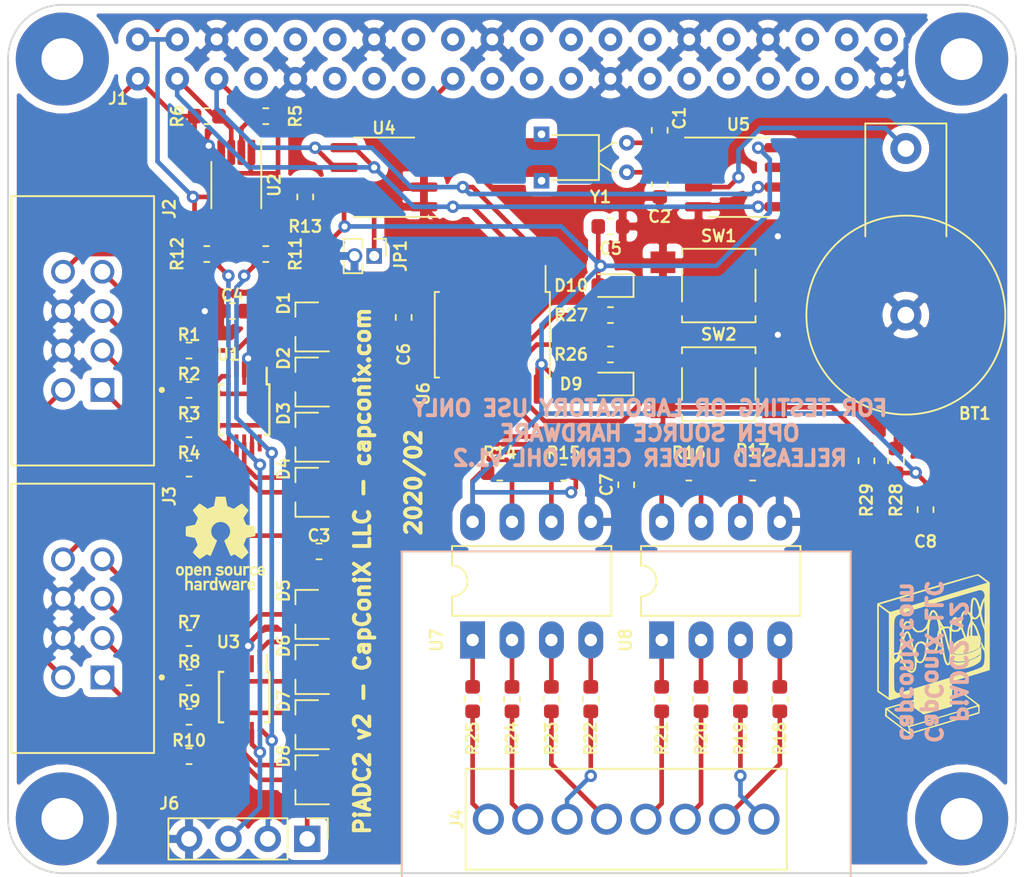
<source format=kicad_pcb>
(kicad_pcb (version 20171130) (host pcbnew 5.1.5-52549c5~84~ubuntu18.04.1)
  (title_block (title PiADC2) (date 2020-01-06) (rev 1.0) (company "CapConiX LLC") (comment 1 DM) (comment 2 DM))
  (layers (0 F.Cu mixed) (31 B.Cu mixed) (34 B.Paste user) (35 F.Paste user) (36 B.SilkS user) (37 F.SilkS user) (38 B.Mask user) (39 F.Mask user) (44 Edge.Cuts user))
  (net 0 "")
  (net 1 "Net-(J1-Pad12)")
  (net 2 "Net-(J1-Pad10)")
  (net 3 "Net-(J1-Pad8)")
  (net 4 "Net-(J1-Pad7)")
  (net 5 "Net-(J1-Pad11)")
  (net 6 "Net-(J1-Pad36)")
  (net 7 "Net-(J1-Pad38)")
  (net 8 "Net-(J1-Pad40)")
  (net 9 "Net-(J1-Pad37)")
  (net 10 "Net-(J1-Pad35)")
  (net 11 "Net-(J1-Pad33)")
  (net 12 "Net-(J1-Pad32)")
  (net 13 "Net-(J1-Pad31)")
  (net 14 "Net-(J1-Pad29)")
  (net 15 "Net-(J1-Pad27)")
  (net 16 "Net-(J1-Pad28)")
  (net 17 "Net-(J1-Pad13)")
  (net 18 "Net-(J1-Pad15)")
  (net 19 "Net-(J1-Pad16)")
  (net 20 "Net-(J1-Pad18)")
  (net 21 "Net-(J1-Pad26)")
  (net 22 "Net-(J1-Pad24)")
  (net 23 "Net-(J1-Pad23)")
  (net 24 "Net-(J1-Pad21)")
  (net 25 "Net-(J1-Pad22)")
  (net 26 "Net-(J1-Pad19)")
  (net 27 +5V)
  (net 28 +3V3)
  (net 29 GND)
  (net 30 "Net-(U1-Pad2)")
  (net 31 "Net-(D1-Pad3)")
  (net 32 "Net-(D2-Pad3)")
  (net 33 "Net-(D3-Pad3)")
  (net 34 "Net-(D4-Pad3)")
  (net 35 "Net-(D5-Pad3)")
  (net 36 "Net-(D6-Pad3)")
  (net 37 "Net-(D7-Pad3)")
  (net 38 "Net-(D8-Pad3)")
  (net 39 I2C_SDA_3V3)
  (net 40 I2C_SCL_3V3)
  (net 41 I2C_SCL_5V)
  (net 42 I2C_SDA_5V)
  (net 43 "Net-(U2-Pad5)")
  (net 44 "Net-(U3-Pad2)")
  (net 45 "Net-(JP1-Pad1)")
  (net 46 "Net-(BT1-Pad1)")
  (net 47 "Net-(C1-Pad1)")
  (net 48 "Net-(C2-Pad1)")
  (net 49 "Net-(U5-Pad7)")
  (net 50 "Net-(U6-Pad11)")
  (net 51 "Net-(U6-Pad10)")
  (net 52 "Net-(U6-Pad8)")
  (net 53 "Net-(U6-Pad7)")
  (net 54 "Net-(J4-Pad1)")
  (net 55 "Net-(J4-Pad4)")
  (net 56 "Net-(J4-Pad2)")
  (net 57 "Net-(J4-Pad3)")
  (net 58 "Net-(R14-Pad1)")
  (net 59 "Net-(R15-Pad1)")
  (net 60 "Net-(R16-Pad1)")
  (net 61 "Net-(R17-Pad1)")
  (net 62 "Net-(R18-Pad1)")
  (net 63 "Net-(R19-Pad1)")
  (net 64 "Net-(R20-Pad1)")
  (net 65 "Net-(R21-Pad1)")
  (net 66 "Net-(R22-Pad1)")
  (net 67 "Net-(R23-Pad1)")
  (net 68 "Net-(R24-Pad1)")
  (net 69 "Net-(R25-Pad1)")
  (net 70 "Net-(D9-Pad1)")
  (net 71 "Net-(D10-Pad1)")
  (net 72 "Net-(R26-Pad1)")
  (net 73 "Net-(R27-Pad1)")
  (net 74 "Net-(R28-Pad2)")
  (net 75 "Net-(R29-Pad2)")
  (net 76 "Net-(J2-Pad7)")
  (net 77 "Net-(J2-Pad5)")
  (net 78 "Net-(J2-Pad3)")
  (net 79 "Net-(J2-Pad1)")
  (net 80 "Net-(J3-Pad7)")
  (net 81 "Net-(J3-Pad5)")
  (net 82 "Net-(J3-Pad3)")
  (net 83 "Net-(J3-Pad1)")
  (net 84 "Net-(J4-Pad8)")
  (net 85 "Net-(J4-Pad7)")
  (net 86 "Net-(J4-Pad6)")
  (net 87 "Net-(J4-Pad5)")
  (module raspberry_pi:pi_b_hat (layer F.Cu) (at 139.7 77.47)
    (fp_text reference J1 (at -25.4 2.54) (layer F.SilkS) (effects (font (size 0.75 0.75))))
    (fp_text value "Pi GPIO" hide)
    (fp_line (start -29 52.5) (end 29 52.5) (layer Edge.Cuts) (width 0.12))
    (fp_line (start 32.5 0) (end 32.5 49) (layer Edge.Cuts) (width 0.12))
    (fp_line (start -32.5 0) (end -32.5 49) (layer Edge.Cuts) (width 0.12))
    (fp_arc (start 29 49) (end 29 52.5) (angle -90) (layer Edge.Cuts) (width 0.12))
    (fp_arc (start -29 49) (end -32.5 49) (angle -90) (layer Edge.Cuts) (width 0.12))
    (fp_line (start -29 -3.5) (end 29 -3.5) (layer Edge.Cuts) (width 0.12))
    (fp_arc (start 29 0) (end 32.5 0) (angle -90) (layer Edge.Cuts) (width 0.12))
    (fp_arc (start -29 0) (end -29 -3.5) (angle -90) (layer Edge.Cuts) (width 0.12))
    (pad "" np_thru_hole circle (at 29 49) (size 6 6) (drill 2.7) (layers *.Cu *.Mask))
    (pad "" np_thru_hole circle (at -29 49) (size 6 6) (drill 2.7) (layers *.Cu *.Mask))
    (pad "" np_thru_hole circle (at 29 0) (size 6 6) (drill 2.7) (layers *.Cu *.Mask))
    (pad "" np_thru_hole circle (at -29 0) (size 6 6) (drill 2.7) (layers *.Cu *.Mask))
    (pad 2 thru_hole circle (at -24.13 -1.27) (size 1.524 1.524) (drill 0.762) (layers *.Cu *.Mask) (net 27 +5V))
    (pad 1 thru_hole circle (at -24.13 1.27) (size 1.524 1.524) (drill 0.762) (layers *.Cu *.Mask) (net 28 +3V3))
    (pad 4 thru_hole circle (at -21.59 -1.27) (size 1.524 1.524) (drill 0.762) (layers *.Cu *.Mask) (net 27 +5V))
    (pad 3 thru_hole circle (at -21.59 1.27) (size 1.524 1.524) (drill 0.762) (layers *.Cu *.Mask) (net 39 I2C_SDA_3V3))
    (pad 12 thru_hole circle (at -11.43 -1.27) (size 1.524 1.524) (drill 0.762) (layers *.Cu *.Mask) (net 1 "Net-(J1-Pad12)"))
    (pad 10 thru_hole circle (at -13.97 -1.27) (size 1.524 1.524) (drill 0.762) (layers *.Cu *.Mask) (net 2 "Net-(J1-Pad10)"))
    (pad 8 thru_hole circle (at -16.51 -1.27) (size 1.524 1.524) (drill 0.762) (layers *.Cu *.Mask) (net 3 "Net-(J1-Pad8)"))
    (pad 6 thru_hole circle (at -19.05 -1.27) (size 1.524 1.524) (drill 0.762) (layers *.Cu *.Mask) (net 29 GND))
    (pad 5 thru_hole circle (at -19.05 1.27) (size 1.524 1.524) (drill 0.762) (layers *.Cu *.Mask) (net 40 I2C_SCL_3V3))
    (pad 7 thru_hole circle (at -16.51 1.27) (size 1.524 1.524) (drill 0.762) (layers *.Cu *.Mask) (net 4 "Net-(J1-Pad7)"))
    (pad 9 thru_hole circle (at -13.97 1.27) (size 1.524 1.524) (drill 0.762) (layers *.Cu *.Mask) (net 29 GND))
    (pad 11 thru_hole circle (at -11.43 1.27) (size 1.524 1.524) (drill 0.762) (layers *.Cu *.Mask) (net 5 "Net-(J1-Pad11)"))
    (pad 34 thru_hole circle (at 16.51 -1.27) (size 1.524 1.524) (drill 0.762) (layers *.Cu *.Mask) (net 29 GND))
    (pad 36 thru_hole circle (at 19.05 -1.27) (size 1.524 1.524) (drill 0.762) (layers *.Cu *.Mask) (net 6 "Net-(J1-Pad36)"))
    (pad 38 thru_hole circle (at 21.59 -1.27) (size 1.524 1.524) (drill 0.762) (layers *.Cu *.Mask) (net 7 "Net-(J1-Pad38)"))
    (pad 40 thru_hole circle (at 24.13 -1.27) (size 1.524 1.524) (drill 0.762) (layers *.Cu *.Mask) (net 8 "Net-(J1-Pad40)"))
    (pad 39 thru_hole circle (at 24.13 1.27) (size 1.524 1.524) (drill 0.762) (layers *.Cu *.Mask) (net 29 GND))
    (pad 37 thru_hole circle (at 21.59 1.27) (size 1.524 1.524) (drill 0.762) (layers *.Cu *.Mask) (net 9 "Net-(J1-Pad37)"))
    (pad 35 thru_hole circle (at 19.05 1.27) (size 1.524 1.524) (drill 0.762) (layers *.Cu *.Mask) (net 10 "Net-(J1-Pad35)"))
    (pad 33 thru_hole circle (at 16.51 1.27) (size 1.524 1.524) (drill 0.762) (layers *.Cu *.Mask) (net 11 "Net-(J1-Pad33)"))
    (pad 32 thru_hole circle (at 13.97 -1.27) (size 1.524 1.524) (drill 0.762) (layers *.Cu *.Mask) (net 12 "Net-(J1-Pad32)"))
    (pad 31 thru_hole circle (at 13.97 1.27) (size 1.524 1.524) (drill 0.762) (layers *.Cu *.Mask) (net 13 "Net-(J1-Pad31)"))
    (pad 30 thru_hole circle (at 11.43 -1.27) (size 1.524 1.524) (drill 0.762) (layers *.Cu *.Mask) (net 29 GND))
    (pad 29 thru_hole circle (at 11.43 1.27) (size 1.524 1.524) (drill 0.762) (layers *.Cu *.Mask) (net 14 "Net-(J1-Pad29)"))
    (pad 27 thru_hole circle (at 8.89 1.27) (size 1.524 1.524) (drill 0.762) (layers *.Cu *.Mask) (net 15 "Net-(J1-Pad27)"))
    (pad 28 thru_hole circle (at 8.89 -1.27) (size 1.524 1.524) (drill 0.762) (layers *.Cu *.Mask) (net 16 "Net-(J1-Pad28)"))
    (pad 14 thru_hole circle (at -8.89 -1.27) (size 1.524 1.524) (drill 0.762) (layers *.Cu *.Mask) (net 29 GND))
    (pad 13 thru_hole circle (at -8.89 1.27) (size 1.524 1.524) (drill 0.762) (layers *.Cu *.Mask) (net 17 "Net-(J1-Pad13)"))
    (pad 15 thru_hole circle (at -6.35 1.27) (size 1.524 1.524) (drill 0.762) (layers *.Cu *.Mask) (net 18 "Net-(J1-Pad15)"))
    (pad 16 thru_hole circle (at -6.35 -1.27) (size 1.524 1.524) (drill 0.762) (layers *.Cu *.Mask) (net 19 "Net-(J1-Pad16)"))
    (pad 18 thru_hole circle (at -3.81 -1.27) (size 1.524 1.524) (drill 0.762) (layers *.Cu *.Mask) (net 20 "Net-(J1-Pad18)"))
    (pad 17 thru_hole circle (at -3.81 1.27) (size 1.524 1.524) (drill 0.762) (layers *.Cu *.Mask) (net 28 +3V3))
    (pad 25 thru_hole circle (at 6.35 1.27) (size 1.524 1.524) (drill 0.762) (layers *.Cu *.Mask) (net 29 GND))
    (pad 26 thru_hole circle (at 6.35 -1.27) (size 1.524 1.524) (drill 0.762) (layers *.Cu *.Mask) (net 21 "Net-(J1-Pad26)"))
    (pad 24 thru_hole circle (at 3.81 -1.27) (size 1.524 1.524) (drill 0.762) (layers *.Cu *.Mask) (net 22 "Net-(J1-Pad24)"))
    (pad 23 thru_hole circle (at 3.81 1.27) (size 1.524 1.524) (drill 0.762) (layers *.Cu *.Mask) (net 23 "Net-(J1-Pad23)"))
    (pad 21 thru_hole circle (at 1.27 1.27) (size 1.524 1.524) (drill 0.762) (layers *.Cu *.Mask) (net 24 "Net-(J1-Pad21)"))
    (pad 22 thru_hole circle (at 1.27 -1.27) (size 1.524 1.524) (drill 0.762) (layers *.Cu *.Mask) (net 25 "Net-(J1-Pad22)"))
    (pad 20 thru_hole circle (at -1.27 -1.27) (size 1.524 1.524) (drill 0.762) (layers *.Cu *.Mask) (net 29 GND))
    (pad 19 thru_hole circle (at -1.27 1.27) (size 1.524 1.524) (drill 0.762) (layers *.Cu *.Mask) (net 26 "Net-(J1-Pad19)"))
  )
  (module OSTVN254:8POS (layer F.Cu) (at 147.066 126.492)
    (fp_text reference J4 (at -10.922 0 90) (layer F.SilkS) (effects (font (size 0.75 0.75))))
    (fp_text value ISO_IN hide)
    (pad 8 thru_hole circle (at 8.89 0) (size 2 2) (drill 1.3) (layers *.Cu *.Mask) (net 84 "Net-(J4-Pad8)"))
    (pad 1 thru_hole circle (at -8.89 0) (size 2 2) (drill 1.3) (layers *.Cu *.Mask) (net 54 "Net-(J4-Pad1)"))
    (pad 7 thru_hole circle (at 6.35 0) (size 2 2) (drill 1.3) (layers *.Cu *.Mask) (net 85 "Net-(J4-Pad7)"))
    (pad 2 thru_hole circle (at -6.35 0) (size 2 2) (drill 1.3) (layers *.Cu *.Mask) (net 56 "Net-(J4-Pad2)"))
    (pad 6 thru_hole circle (at 3.81 0) (size 2 2) (drill 1.3) (layers *.Cu *.Mask) (net 86 "Net-(J4-Pad6)"))
    (pad 3 thru_hole circle (at -3.81 0) (size 2 2) (drill 1.3) (layers *.Cu *.Mask) (net 57 "Net-(J4-Pad3)"))
    (pad 5 thru_hole circle (at 1.27 0) (size 2 2) (drill 1.3) (layers *.Cu *.Mask) (net 87 "Net-(J4-Pad5)"))
    (pad 4 thru_hole circle (at -1.27 0) (size 2 2) (drill 1.3) (layers *.Cu *.Mask) (net 55 "Net-(J4-Pad4)"))
  )
  (module Package_TO_SOT_SMD:SOT-23 (layer F.Cu) (at 126.492 120.396 180)
    (fp_text reference D7 (at 1.524 1.524 90) (layer F.SilkS) (effects (font (size 0.75 0.75))))
    (fp_text value BAT54S hide)
    (pad 3 smd rect (at 1 0 180) (size 0.9 0.8) (layers F.Cu F.Paste F.Mask) (net 37 "Net-(D7-Pad3)"))
    (pad 2 smd rect (at -1 0.95 180) (size 0.9 0.8) (layers F.Cu F.Paste F.Mask) (net 27 +5V))
    (pad 1 smd rect (at -1 -0.95 180) (size 0.9 0.8) (layers F.Cu F.Paste F.Mask) (net 29 GND))
  )
  (module Package_SO:MSOP-8_3x3mm_P0.65mm (layer F.Cu) (at 121.92 85.598 270)
    (fp_text reference U2 (at 0 -2.45 90) (layer F.SilkS) (effects (font (size 0.75 0.75))))
    (fp_text value TCA9517 hide)
    (pad 8 smd roundrect (at 2.1125 -0.975 270) (size 1.625 0.5) (layers F.Cu F.Paste F.Mask) (net 27 +5V))
    (pad 7 smd roundrect (at 2.1125 -0.325 270) (size 1.625 0.5) (layers F.Cu F.Paste F.Mask) (net 41 I2C_SCL_5V))
    (pad 6 smd roundrect (at 2.1125 0.325 270) (size 1.625 0.5) (layers F.Cu F.Paste F.Mask) (net 42 I2C_SDA_5V))
    (pad 5 smd roundrect (at 2.1125 0.975 270) (size 1.625 0.5) (layers F.Cu F.Paste F.Mask) (net 43 "Net-(U2-Pad5)"))
    (pad 4 smd roundrect (at -2.1125 0.975 270) (size 1.625 0.5) (layers F.Cu F.Paste F.Mask) (net 29 GND))
    (pad 3 smd roundrect (at -2.1125 0.325 270) (size 1.625 0.5) (layers F.Cu F.Paste F.Mask) (net 39 I2C_SDA_3V3))
    (pad 2 smd roundrect (at -2.1125 -0.325 270) (size 1.625 0.5) (layers F.Cu F.Paste F.Mask) (net 40 I2C_SCL_3V3))
    (pad 1 smd roundrect (at -2.1125 -0.975 270) (size 1.625 0.5) (layers F.Cu F.Paste F.Mask) (net 28 +3V3))
  )
  (module Resistor_SMD:R_0603_1608Metric (layer F.Cu) (at 118.872 103.886 180)
    (fp_text reference R4 (at 0 1.016 180) (layer F.SilkS) (effects (font (size 0.75 0.75))))
    (fp_text value 1K hide)
    (pad 1 smd roundrect (at -0.7875 0 180) (size 0.875 0.95) (layers F.Cu F.Paste F.Mask) (net 34 "Net-(D4-Pad3)"))
    (pad 2 smd roundrect (at 0.7875 0 180) (size 0.875 0.95) (layers F.Cu F.Paste F.Mask) (net 79 "Net-(J2-Pad1)"))
  )
  (module AMPHENOL_75869-332LF:AMPHENOL_75869-332LF (layer F.Cu) (at 112.014 113.538 180)
    (fp_text reference J3 (at -5.588 7.874 90) (layer F.SilkS) (effects (font (size 0.75 0.75))))
    (fp_text value ADCIN2 hide)
    (pad 8 thru_hole circle (at 1.27 3.81 180) (size 1.53 1.53) (drill 1.02) (layers *.Cu *.Mask) (net 27 +5V))
    (pad 7 thru_hole circle (at -1.27 3.81 180) (size 1.53 1.53) (drill 1.02) (layers *.Cu *.Mask) (net 80 "Net-(J3-Pad7)"))
    (pad 6 thru_hole circle (at 1.27 1.27 180) (size 1.53 1.53) (drill 1.02) (layers *.Cu *.Mask) (net 29 GND))
    (pad 5 thru_hole circle (at -1.27 1.27 180) (size 1.53 1.53) (drill 1.02) (layers *.Cu *.Mask) (net 81 "Net-(J3-Pad5)"))
    (pad 4 thru_hole circle (at 1.27 -1.27 180) (size 1.53 1.53) (drill 1.02) (layers *.Cu *.Mask) (net 29 GND))
    (pad 3 thru_hole circle (at -1.27 -1.27 180) (size 1.53 1.53) (drill 1.02) (layers *.Cu *.Mask) (net 82 "Net-(J3-Pad3)"))
    (pad 2 thru_hole circle (at 1.27 -3.81 180) (size 1.53 1.53) (drill 1.02) (layers *.Cu *.Mask) (net 28 +3V3))
    (pad 1 thru_hole rect (at -1.27 -3.81 180) (size 1.53 1.53) (drill 1.02) (layers *.Cu *.Mask) (net 83 "Net-(J3-Pad1)"))
  )
  (module AMPHENOL_75869-332LF:AMPHENOL_75869-332LF (layer F.Cu) (at 112.014 94.996 180)
    (fp_text reference J2 (at -5.588 7.874 270) (layer F.SilkS) (effects (font (size 0.75 0.75))))
    (fp_text value ADCIN1 hide)
    (pad 8 thru_hole circle (at 1.27 3.81 180) (size 1.53 1.53) (drill 1.02) (layers *.Cu *.Mask) (net 27 +5V))
    (pad 7 thru_hole circle (at -1.27 3.81 180) (size 1.53 1.53) (drill 1.02) (layers *.Cu *.Mask) (net 76 "Net-(J2-Pad7)"))
    (pad 6 thru_hole circle (at 1.27 1.27 180) (size 1.53 1.53) (drill 1.02) (layers *.Cu *.Mask) (net 29 GND))
    (pad 5 thru_hole circle (at -1.27 1.27 180) (size 1.53 1.53) (drill 1.02) (layers *.Cu *.Mask) (net 77 "Net-(J2-Pad5)"))
    (pad 4 thru_hole circle (at 1.27 -1.27 180) (size 1.53 1.53) (drill 1.02) (layers *.Cu *.Mask) (net 29 GND))
    (pad 3 thru_hole circle (at -1.27 -1.27 180) (size 1.53 1.53) (drill 1.02) (layers *.Cu *.Mask) (net 78 "Net-(J2-Pad3)"))
    (pad 2 thru_hole circle (at 1.27 -3.81 180) (size 1.53 1.53) (drill 1.02) (layers *.Cu *.Mask) (net 28 +3V3))
    (pad 1 thru_hole rect (at -1.27 -3.81 180) (size 1.53 1.53) (drill 1.02) (layers *.Cu *.Mask) (net 79 "Net-(J2-Pad1)"))
  )
  (module Capacitor_SMD:C_0603_1608Metric (layer F.Cu) (at 166.37 106.5275 90)
    (fp_text reference C8 (at -2.0575 0 180) (layer F.SilkS) (effects (font (size 0.75 0.75))))
    (fp_text value 0.1uF hide)
    (pad 2 smd roundrect (at 0.7875 0 90) (size 0.875 0.95) (layers F.Cu F.Paste F.Mask) (net 28 +3V3))
    (pad 1 smd roundrect (at -0.7875 0 90) (size 0.875 0.95) (layers F.Cu F.Paste F.Mask) (net 29 GND))
  )
  (module Capacitor_SMD:C_0603_1608Metric (layer F.Cu) (at 147.066 104.9275 90)
    (fp_text reference C7 (at 0 -1.27 270) (layer F.SilkS) (effects (font (size 0.75 0.75))))
    (fp_text value 0.1uF hide)
    (pad 2 smd roundrect (at 0.7875 0 90) (size 0.875 0.95) (layers F.Cu F.Paste F.Mask) (net 28 +3V3))
    (pad 1 smd roundrect (at -0.7875 0 90) (size 0.875 0.95) (layers F.Cu F.Paste F.Mask) (net 29 GND))
  )
  (module Capacitor_SMD:C_0603_1608Metric (layer F.Cu) (at 132.715 94.1325 90)
    (fp_text reference C6 (at -2.3875 0 90) (layer F.SilkS) (effects (font (size 0.75 0.75))))
    (fp_text value 0.1uF hide)
    (pad 2 smd roundrect (at 0.7875 0 90) (size 0.875 0.95) (layers F.Cu F.Paste F.Mask) (net 28 +3V3))
    (pad 1 smd roundrect (at -0.7875 0 90) (size 0.875 0.95) (layers F.Cu F.Paste F.Mask) (net 29 GND))
  )
  (module Capacitor_SMD:C_0603_1608Metric (layer F.Cu) (at 146.05 88.265 180)
    (fp_text reference C5 (at 0 -1.43) (layer F.SilkS) (effects (font (size 0.75 0.75))))
    (fp_text value 0.1uF hide)
    (pad 2 smd roundrect (at 0.7875 0 180) (size 0.875 0.95) (layers F.Cu F.Paste F.Mask) (net 28 +3V3))
    (pad 1 smd roundrect (at -0.7875 0 180) (size 0.875 0.95) (layers F.Cu F.Paste F.Mask) (net 29 GND))
  )
  (module Capacitor_SMD:C_0603_1608Metric (layer F.Cu) (at 121.666 93.726)
    (fp_text reference C4 (at 0 -1.016 180) (layer F.SilkS) (effects (font (size 0.75 0.75))))
    (fp_text value 0.1uF hide)
    (pad 1 smd roundrect (at -0.7875 0) (size 0.875 0.95) (layers F.Cu F.Paste F.Mask) (net 29 GND))
    (pad 2 smd roundrect (at 0.7875 0) (size 0.875 0.95) (layers F.Cu F.Paste F.Mask) (net 27 +5V))
  )
  (module Capacitor_SMD:C_0603_1608Metric (layer F.Cu) (at 127.254 109.22 180)
    (fp_text reference C3 (at 0 1.016) (layer F.SilkS) (effects (font (size 0.75 0.75))))
    (fp_text value 0.1uF hide)
    (pad 1 smd roundrect (at -0.7875 0 180) (size 0.875 0.95) (layers F.Cu F.Paste F.Mask) (net 29 GND))
    (pad 2 smd roundrect (at 0.7875 0 180) (size 0.875 0.95) (layers F.Cu F.Paste F.Mask) (net 27 +5V))
  )
  (module Symbol:OSHW-Logo_5.7x6mm_SilkScreen (layer F.Cu) (at 120.904 108.712)
    (fp_text reference LOGO2 hide)
    (fp_text value SYM_Magnet_Small hide)
  )
  (module CapConiX_Logos:CapConiX_Logo_10_7 (layer F.Cu) (at 166.878 115.824)
    (fp_text reference LOGO1 hide)
    (fp_text value SYM_Magnet_Small hide)
  )
  (module BH401:BH401 (layer F.Cu) (at 165.1 93.98 180)
    (fp_text reference BT1 (at -4.445 -6.35 180) (layer F.SilkS) (effects (font (size 0.75 0.75))))
    (fp_text value Battery_Cell hide)
    (pad 1 thru_hole circle (at 0 10.74 180) (size 2 2) (drill 1.07) (layers *.Cu *.Mask) (net 46 "Net-(BT1-Pad1)"))
    (pad 2 thru_hole circle (at 0 0 180) (size 2 2) (drill 1.07) (layers *.Cu *.Mask) (net 29 GND))
  )
  (module Button_Switch_SMD:SW_SPST_TL3305A (layer F.Cu) (at 153.035 92.075)
    (fp_text reference SW1 (at 0 -3.2) (layer F.SilkS) (effects (font (size 0.75 0.75))))
    (fp_text value SW_Push hide)
    (pad 2 smd rect (at -3.6 1.5) (size 1.6 1.4) (layers F.Cu F.Paste F.Mask) (net 74 "Net-(R28-Pad2)"))
    (pad 2 smd rect (at 3.6 1.5) (size 1.6 1.4) (layers F.Cu F.Paste F.Mask) (net 74 "Net-(R28-Pad2)"))
    (pad 1 smd rect (at -3.6 -1.5) (size 1.6 1.4) (layers F.Cu F.Paste F.Mask) (net 29 GND))
    (pad 1 smd rect (at 3.6 -1.5) (size 1.6 1.4) (layers F.Cu F.Paste F.Mask) (net 29 GND))
  )
  (module Button_Switch_SMD:SW_SPST_TL3305A (layer F.Cu) (at 153.035 98.425)
    (fp_text reference SW2 (at 0 -3.2) (layer F.SilkS) (effects (font (size 0.75 0.75))))
    (fp_text value SW_Push hide)
    (pad 2 smd rect (at -3.6 1.5) (size 1.6 1.4) (layers F.Cu F.Paste F.Mask) (net 75 "Net-(R29-Pad2)"))
    (pad 2 smd rect (at 3.6 1.5) (size 1.6 1.4) (layers F.Cu F.Paste F.Mask) (net 75 "Net-(R29-Pad2)"))
    (pad 1 smd rect (at -3.6 -1.5) (size 1.6 1.4) (layers F.Cu F.Paste F.Mask) (net 29 GND))
    (pad 1 smd rect (at 3.6 -1.5) (size 1.6 1.4) (layers F.Cu F.Paste F.Mask) (net 29 GND))
  )
  (module Resistor_SMD:R_0603_1608Metric (layer F.Cu) (at 162.56 103.378 90)
    (fp_text reference R29 (at -2.54 0 90) (layer F.SilkS) (effects (font (size 0.75 0.75))))
    (fp_text value 10K hide)
    (pad 2 smd roundrect (at 0.7875 0 90) (size 0.875 0.95) (layers F.Cu F.Paste F.Mask) (net 75 "Net-(R29-Pad2)"))
    (pad 1 smd roundrect (at -0.7875 0 90) (size 0.875 0.95) (layers F.Cu F.Paste F.Mask) (net 28 +3V3))
  )
  (module Resistor_SMD:R_0603_1608Metric (layer F.Cu) (at 164.465 103.378 90)
    (fp_text reference R28 (at -2.54 0 270) (layer F.SilkS) (effects (font (size 0.75 0.75))))
    (fp_text value 10K hide)
    (pad 2 smd roundrect (at 0.7875 0 90) (size 0.875 0.95) (layers F.Cu F.Paste F.Mask) (net 74 "Net-(R28-Pad2)"))
    (pad 1 smd roundrect (at -0.7875 0 90) (size 0.875 0.95) (layers F.Cu F.Paste F.Mask) (net 28 +3V3))
  )
  (module Resistor_SMD:R_0603_1608Metric (layer F.Cu) (at 146.05 93.98)
    (fp_text reference R27 (at -2.54 0) (layer F.SilkS) (effects (font (size 0.75 0.75))))
    (fp_text value 470 hide)
    (pad 2 smd roundrect (at 0.7875 0) (size 0.875 0.95) (layers F.Cu F.Paste F.Mask) (net 71 "Net-(D10-Pad1)"))
    (pad 1 smd roundrect (at -0.7875 0) (size 0.875 0.95) (layers F.Cu F.Paste F.Mask) (net 73 "Net-(R27-Pad1)"))
  )
  (module Resistor_SMD:R_0603_1608Metric (layer F.Cu) (at 146.05 96.52)
    (fp_text reference R26 (at -2.54 0) (layer F.SilkS) (effects (font (size 0.75 0.75))))
    (fp_text value 470 hide)
    (pad 2 smd roundrect (at 0.7875 0) (size 0.875 0.95) (layers F.Cu F.Paste F.Mask) (net 70 "Net-(D9-Pad1)"))
    (pad 1 smd roundrect (at -0.7875 0) (size 0.875 0.95) (layers F.Cu F.Paste F.Mask) (net 72 "Net-(R26-Pad1)"))
  )
  (module LED_SMD:LED_0603_1608Metric (layer F.Cu) (at 146.05 92.075 180)
    (fp_text reference D10 (at 2.54 0) (layer F.SilkS) (effects (font (size 0.75 0.75))))
    (fp_text value LED2 hide)
    (pad 2 smd roundrect (at 0.7875 0 180) (size 0.875 0.95) (layers F.Cu F.Paste F.Mask) (net 28 +3V3))
    (pad 1 smd roundrect (at -0.7875 0 180) (size 0.875 0.95) (layers F.Cu F.Paste F.Mask) (net 71 "Net-(D10-Pad1)"))
  )
  (module LED_SMD:LED_0603_1608Metric (layer F.Cu) (at 146.05 98.425 180)
    (fp_text reference D9 (at 2.54 0) (layer F.SilkS) (effects (font (size 0.75 0.75))))
    (fp_text value LED1 hide)
    (pad 2 smd roundrect (at 0.7875 0 180) (size 0.875 0.95) (layers F.Cu F.Paste F.Mask) (net 28 +3V3))
    (pad 1 smd roundrect (at -0.7875 0 180) (size 0.875 0.95) (layers F.Cu F.Paste F.Mask) (net 70 "Net-(D9-Pad1)"))
  )
  (module Connector_PinHeader_2.54mm:PinHeader_1x04_P2.54mm_Vertical (layer F.Cu) (at 126.492 127.762 270)
    (fp_text reference J6 (at -2.286 8.89) (layer F.SilkS) (effects (font (size 0.75 0.75))))
    (fp_text value I2C_OUT hide)
    (pad 1 thru_hole rect (at 0 0 270) (size 1.7 1.7) (drill 1) (layers *.Cu *.Mask) (net 27 +5V))
    (pad 2 thru_hole oval (at 0 2.54 270) (size 1.7 1.7) (drill 1) (layers *.Cu *.Mask) (net 41 I2C_SCL_5V))
    (pad 3 thru_hole oval (at 0 5.08 270) (size 1.7 1.7) (drill 1) (layers *.Cu *.Mask) (net 42 I2C_SDA_5V))
    (pad 4 thru_hole oval (at 0 7.62 270) (size 1.7 1.7) (drill 1) (layers *.Cu *.Mask) (net 29 GND))
  )
  (module Package_DIP:DIP-8_W7.62mm_LongPads (layer F.Cu) (at 149.352 114.935 90)
    (fp_text reference U8 (at 0 -2.33 90) (layer F.SilkS) (effects (font (size 0.75 0.75))))
    (fp_text value HCPL2631M hide)
    (pad 8 thru_hole oval (at 7.62 0 90) (size 2.4 1.6) (drill 0.8) (layers *.Cu *.Mask) (net 28 +3V3))
    (pad 4 thru_hole oval (at 0 7.62 90) (size 2.4 1.6) (drill 0.8) (layers *.Cu *.Mask) (net 62 "Net-(R18-Pad1)"))
    (pad 7 thru_hole oval (at 7.62 2.54 90) (size 2.4 1.6) (drill 0.8) (layers *.Cu *.Mask) (net 60 "Net-(R16-Pad1)"))
    (pad 3 thru_hole oval (at 0 5.08 90) (size 2.4 1.6) (drill 0.8) (layers *.Cu *.Mask) (net 63 "Net-(R19-Pad1)"))
    (pad 6 thru_hole oval (at 7.62 5.08 90) (size 2.4 1.6) (drill 0.8) (layers *.Cu *.Mask) (net 61 "Net-(R17-Pad1)"))
    (pad 2 thru_hole oval (at 0 2.54 90) (size 2.4 1.6) (drill 0.8) (layers *.Cu *.Mask) (net 64 "Net-(R20-Pad1)"))
    (pad 5 thru_hole oval (at 7.62 7.62 90) (size 2.4 1.6) (drill 0.8) (layers *.Cu *.Mask) (net 29 GND))
    (pad 1 thru_hole rect (at 0 0 90) (size 2.4 1.6) (drill 0.8) (layers *.Cu *.Mask) (net 65 "Net-(R21-Pad1)"))
  )
  (module Resistor_SMD:R_0603_1608Metric (layer F.Cu) (at 137.16 118.745 270)
    (fp_text reference R25 (at 2.54 0 90) (layer F.SilkS) (effects (font (size 0.75 0.75))))
    (fp_text value 10K hide)
    (pad 2 smd roundrect (at 0.7875 0 270) (size 0.875 0.95) (layers F.Cu F.Paste F.Mask) (net 54 "Net-(J4-Pad1)"))
    (pad 1 smd roundrect (at -0.7875 0 270) (size 0.875 0.95) (layers F.Cu F.Paste F.Mask) (net 69 "Net-(R25-Pad1)"))
  )
  (module Resistor_SMD:R_0603_1608Metric (layer F.Cu) (at 139.7 118.745 270)
    (fp_text reference R24 (at 2.54 0 90) (layer F.SilkS) (effects (font (size 0.75 0.75))))
    (fp_text value 10K hide)
    (pad 2 smd roundrect (at 0.7875 0 270) (size 0.875 0.95) (layers F.Cu F.Paste F.Mask) (net 56 "Net-(J4-Pad2)"))
    (pad 1 smd roundrect (at -0.7875 0 270) (size 0.875 0.95) (layers F.Cu F.Paste F.Mask) (net 68 "Net-(R24-Pad1)"))
  )
  (module Resistor_SMD:R_0603_1608Metric (layer F.Cu) (at 142.24 118.745 270)
    (fp_text reference R23 (at 2.54 0 90) (layer F.SilkS) (effects (font (size 0.75 0.75))))
    (fp_text value 10K hide)
    (pad 2 smd roundrect (at 0.7875 0 270) (size 0.875 0.95) (layers F.Cu F.Paste F.Mask) (net 55 "Net-(J4-Pad4)"))
    (pad 1 smd roundrect (at -0.7875 0 270) (size 0.875 0.95) (layers F.Cu F.Paste F.Mask) (net 67 "Net-(R23-Pad1)"))
  )
  (module Resistor_SMD:R_0603_1608Metric (layer F.Cu) (at 144.78 118.745 270)
    (fp_text reference R22 (at 2.54 0 90) (layer F.SilkS) (effects (font (size 0.75 0.75))))
    (fp_text value 10K hide)
    (pad 2 smd roundrect (at 0.7875 0 270) (size 0.875 0.95) (layers F.Cu F.Paste F.Mask) (net 57 "Net-(J4-Pad3)"))
    (pad 1 smd roundrect (at -0.7875 0 270) (size 0.875 0.95) (layers F.Cu F.Paste F.Mask) (net 66 "Net-(R22-Pad1)"))
  )
  (module Resistor_SMD:R_0603_1608Metric (layer F.Cu) (at 149.352 118.745 270)
    (fp_text reference R21 (at 2.54 0 90) (layer F.SilkS) (effects (font (size 0.75 0.75))))
    (fp_text value 10K hide)
    (pad 2 smd roundrect (at 0.7875 0 270) (size 0.875 0.95) (layers F.Cu F.Paste F.Mask) (net 87 "Net-(J4-Pad5)"))
    (pad 1 smd roundrect (at -0.7875 0 270) (size 0.875 0.95) (layers F.Cu F.Paste F.Mask) (net 65 "Net-(R21-Pad1)"))
  )
  (module Resistor_SMD:R_0603_1608Metric (layer F.Cu) (at 151.892 118.745 270)
    (fp_text reference R20 (at 2.54 0 90) (layer F.SilkS) (effects (font (size 0.75 0.75))))
    (fp_text value 10K hide)
    (pad 2 smd roundrect (at 0.7875 0 270) (size 0.875 0.95) (layers F.Cu F.Paste F.Mask) (net 86 "Net-(J4-Pad6)"))
    (pad 1 smd roundrect (at -0.7875 0 270) (size 0.875 0.95) (layers F.Cu F.Paste F.Mask) (net 64 "Net-(R20-Pad1)"))
  )
  (module Resistor_SMD:R_0603_1608Metric (layer F.Cu) (at 154.432 118.745 270)
    (fp_text reference R19 (at 2.54 0 90) (layer F.SilkS) (effects (font (size 0.75 0.75))))
    (fp_text value 10K hide)
    (pad 2 smd roundrect (at 0.7875 0 270) (size 0.875 0.95) (layers F.Cu F.Paste F.Mask) (net 84 "Net-(J4-Pad8)"))
    (pad 1 smd roundrect (at -0.7875 0 270) (size 0.875 0.95) (layers F.Cu F.Paste F.Mask) (net 63 "Net-(R19-Pad1)"))
  )
  (module Resistor_SMD:R_0603_1608Metric (layer F.Cu) (at 156.972 118.745 270)
    (fp_text reference R18 (at 2.54 0 90) (layer F.SilkS) (effects (font (size 0.75 0.75))))
    (fp_text value 10K hide)
    (pad 2 smd roundrect (at 0.7875 0 270) (size 0.875 0.95) (layers F.Cu F.Paste F.Mask) (net 85 "Net-(J4-Pad7)"))
    (pad 1 smd roundrect (at -0.7875 0 270) (size 0.875 0.95) (layers F.Cu F.Paste F.Mask) (net 62 "Net-(R18-Pad1)"))
  )
  (module Resistor_SMD:R_0603_1608Metric (layer F.Cu) (at 155.2195 104.14)
    (fp_text reference R17 (at 0 -1.43) (layer F.SilkS) (effects (font (size 0.75 0.75))))
    (fp_text value 10K hide)
    (pad 2 smd roundrect (at 0.7875 0) (size 0.875 0.95) (layers F.Cu F.Paste F.Mask) (net 28 +3V3))
    (pad 1 smd roundrect (at -0.7875 0) (size 0.875 0.95) (layers F.Cu F.Paste F.Mask) (net 61 "Net-(R17-Pad1)"))
  )
  (module Resistor_SMD:R_0603_1608Metric (layer F.Cu) (at 151.1045 104.14 180)
    (fp_text reference R16 (at 0 1.27) (layer F.SilkS) (effects (font (size 0.75 0.75))))
    (fp_text value 10K hide)
    (pad 2 smd roundrect (at 0.7875 0 180) (size 0.875 0.95) (layers F.Cu F.Paste F.Mask) (net 28 +3V3))
    (pad 1 smd roundrect (at -0.7875 0 180) (size 0.875 0.95) (layers F.Cu F.Paste F.Mask) (net 60 "Net-(R16-Pad1)"))
  )
  (module Resistor_SMD:R_0603_1608Metric (layer F.Cu) (at 143.0275 104.14)
    (fp_text reference R15 (at 0 -1.27) (layer F.SilkS) (effects (font (size 0.75 0.75))))
    (fp_text value 10K hide)
    (pad 2 smd roundrect (at 0.7875 0) (size 0.875 0.95) (layers F.Cu F.Paste F.Mask) (net 28 +3V3))
    (pad 1 smd roundrect (at -0.7875 0) (size 0.875 0.95) (layers F.Cu F.Paste F.Mask) (net 59 "Net-(R15-Pad1)"))
  )
  (module Resistor_SMD:R_0603_1608Metric (layer F.Cu) (at 138.9125 104.14 180)
    (fp_text reference R14 (at 0 1.27 180) (layer F.SilkS) (effects (font (size 0.75 0.75))))
    (fp_text value 10K hide)
    (pad 2 smd roundrect (at 0.7875 0 180) (size 0.875 0.95) (layers F.Cu F.Paste F.Mask) (net 28 +3V3))
    (pad 1 smd roundrect (at -0.7875 0 180) (size 0.875 0.95) (layers F.Cu F.Paste F.Mask) (net 58 "Net-(R14-Pad1)"))
  )
  (module Package_DIP:DIP-8_W7.62mm_LongPads (layer F.Cu) (at 137.16 114.935 90)
    (fp_text reference U7 (at 0 -2.33 90) (layer F.SilkS) (effects (font (size 0.75 0.75))))
    (fp_text value HCPL2631M hide)
    (pad 8 thru_hole oval (at 7.62 0 90) (size 2.4 1.6) (drill 0.8) (layers *.Cu *.Mask) (net 28 +3V3))
    (pad 4 thru_hole oval (at 0 7.62 90) (size 2.4 1.6) (drill 0.8) (layers *.Cu *.Mask) (net 66 "Net-(R22-Pad1)"))
    (pad 7 thru_hole oval (at 7.62 2.54 90) (size 2.4 1.6) (drill 0.8) (layers *.Cu *.Mask) (net 58 "Net-(R14-Pad1)"))
    (pad 3 thru_hole oval (at 0 5.08 90) (size 2.4 1.6) (drill 0.8) (layers *.Cu *.Mask) (net 67 "Net-(R23-Pad1)"))
    (pad 6 thru_hole oval (at 7.62 5.08 90) (size 2.4 1.6) (drill 0.8) (layers *.Cu *.Mask) (net 59 "Net-(R15-Pad1)"))
    (pad 2 thru_hole oval (at 0 2.54 90) (size 2.4 1.6) (drill 0.8) (layers *.Cu *.Mask) (net 68 "Net-(R24-Pad1)"))
    (pad 5 thru_hole oval (at 7.62 7.62 90) (size 2.4 1.6) (drill 0.8) (layers *.Cu *.Mask) (net 29 GND))
    (pad 1 thru_hole rect (at 0 0 90) (size 2.4 1.6) (drill 0.8) (layers *.Cu *.Mask) (net 69 "Net-(R25-Pad1)"))
  )
  (module Package_SO:SSOP-20_5.3x7.2mm_P0.65mm (layer F.Cu) (at 138.43 95.25 270)
    (fp_text reference U6 (at 3.81 4.445 90) (layer F.SilkS) (effects (font (size 0.75 0.75))))
    (fp_text value MCP23008T-E_SS hide)
    (pad 20 smd roundrect (at 3.5 -2.925 270) (size 1.9 0.5) (layers F.Cu F.Paste F.Mask) (net 28 +3V3))
    (pad 19 smd roundrect (at 3.5 -2.275 270) (size 1.9 0.5) (layers F.Cu F.Paste F.Mask) (net 74 "Net-(R28-Pad2)"))
    (pad 18 smd roundrect (at 3.5 -1.625 270) (size 1.9 0.5) (layers F.Cu F.Paste F.Mask) (net 75 "Net-(R29-Pad2)"))
    (pad 17 smd roundrect (at 3.5 -0.975 270) (size 1.9 0.5) (layers F.Cu F.Paste F.Mask) (net 72 "Net-(R26-Pad1)"))
    (pad 16 smd roundrect (at 3.5 -0.325 270) (size 1.9 0.5) (layers F.Cu F.Paste F.Mask) (net 73 "Net-(R27-Pad1)"))
    (pad 15 smd roundrect (at 3.5 0.325 270) (size 1.9 0.5) (layers F.Cu F.Paste F.Mask) (net 61 "Net-(R17-Pad1)"))
    (pad 14 smd roundrect (at 3.5 0.975 270) (size 1.9 0.5) (layers F.Cu F.Paste F.Mask) (net 60 "Net-(R16-Pad1)"))
    (pad 13 smd roundrect (at 3.5 1.625 270) (size 1.9 0.5) (layers F.Cu F.Paste F.Mask) (net 59 "Net-(R15-Pad1)"))
    (pad 12 smd roundrect (at 3.5 2.275 270) (size 1.9 0.5) (layers F.Cu F.Paste F.Mask) (net 58 "Net-(R14-Pad1)"))
    (pad 11 smd roundrect (at 3.5 2.925 270) (size 1.9 0.5) (layers F.Cu F.Paste F.Mask) (net 50 "Net-(U6-Pad11)"))
    (pad 10 smd roundrect (at -3.5 2.925 270) (size 1.9 0.5) (layers F.Cu F.Paste F.Mask) (net 51 "Net-(U6-Pad10)"))
    (pad 9 smd roundrect (at -3.5 2.275 270) (size 1.9 0.5) (layers F.Cu F.Paste F.Mask) (net 29 GND))
    (pad 8 smd roundrect (at -3.5 1.625 270) (size 1.9 0.5) (layers F.Cu F.Paste F.Mask) (net 52 "Net-(U6-Pad8)"))
    (pad 7 smd roundrect (at -3.5 0.975 270) (size 1.9 0.5) (layers F.Cu F.Paste F.Mask) (net 53 "Net-(U6-Pad7)"))
    (pad 6 smd roundrect (at -3.5 0.325 270) (size 1.9 0.5) (layers F.Cu F.Paste F.Mask) (net 28 +3V3))
    (pad 5 smd roundrect (at -3.5 -0.325 270) (size 1.9 0.5) (layers F.Cu F.Paste F.Mask) (net 29 GND))
    (pad 4 smd roundrect (at -3.5 -0.975 270) (size 1.9 0.5) (layers F.Cu F.Paste F.Mask) (net 29 GND))
    (pad 3 smd roundrect (at -3.5 -1.625 270) (size 1.9 0.5) (layers F.Cu F.Paste F.Mask) (net 29 GND))
    (pad 2 smd roundrect (at -3.5 -2.275 270) (size 1.9 0.5) (layers F.Cu F.Paste F.Mask) (net 39 I2C_SDA_3V3))
    (pad 1 smd roundrect (at -3.5 -2.925 270) (size 1.9 0.5) (layers F.Cu F.Paste F.Mask) (net 40 I2C_SCL_3V3))
  )
  (module Crystal:Crystal_DS26_D2.0mm_L6.0mm_Horizontal_1EP_style2 (layer F.Cu) (at 147.105 82.87 270)
    (fp_text reference Y1 (at 3.49 1.69) (layer F.SilkS) (effects (font (size 0.75 0.75))))
    (fp_text value Crystal hide)
    (pad 3 thru_hole rect (at 2.45 5.5 270) (size 1 1) (drill 0.5) (layers *.Cu *.Mask))
    (pad 3 thru_hole rect (at -0.55 5.5 270) (size 1 1) (drill 0.5) (layers *.Cu *.Mask))
    (pad 3 smd rect (at 0.95 5.5 270) (size 2.5 6) (layers F.Cu F.Paste F.Mask))
    (pad 2 thru_hole circle (at 1.9 0 270) (size 1 1) (drill 0.5) (layers *.Cu *.Mask) (net 48 "Net-(C2-Pad1)"))
    (pad 1 thru_hole circle (at 0 0 270) (size 1 1) (drill 0.5) (layers *.Cu *.Mask) (net 47 "Net-(C1-Pad1)"))
  )
  (module Package_SO:SO-8_3.9x4.9mm_P1.27mm (layer F.Cu) (at 154.305 85.09)
    (fp_text reference U5 (at 0 -3.4) (layer F.SilkS) (effects (font (size 0.75 0.75))))
    (fp_text value MCP79401-I_SN hide)
    (pad 8 smd roundrect (at 2.575 -1.905) (size 1.75 0.6) (layers F.Cu F.Paste F.Mask) (net 28 +3V3))
    (pad 7 smd roundrect (at 2.575 -0.635) (size 1.75 0.6) (layers F.Cu F.Paste F.Mask) (net 49 "Net-(U5-Pad7)"))
    (pad 6 smd roundrect (at 2.575 0.635) (size 1.75 0.6) (layers F.Cu F.Paste F.Mask) (net 40 I2C_SCL_3V3))
    (pad 5 smd roundrect (at 2.575 1.905) (size 1.75 0.6) (layers F.Cu F.Paste F.Mask) (net 39 I2C_SDA_3V3))
    (pad 4 smd roundrect (at -2.575 1.905) (size 1.75 0.6) (layers F.Cu F.Paste F.Mask) (net 29 GND))
    (pad 3 smd roundrect (at -2.575 0.635) (size 1.75 0.6) (layers F.Cu F.Paste F.Mask) (net 46 "Net-(BT1-Pad1)"))
    (pad 2 smd roundrect (at -2.575 -0.635) (size 1.75 0.6) (layers F.Cu F.Paste F.Mask) (net 48 "Net-(C2-Pad1)"))
    (pad 1 smd roundrect (at -2.575 -1.905) (size 1.75 0.6) (layers F.Cu F.Paste F.Mask) (net 47 "Net-(C1-Pad1)"))
  )
  (module Capacitor_SMD:C_0603_1608Metric (layer F.Cu) (at 149.225 85.5725 270)
    (fp_text reference C2 (at 2.0575 0 180) (layer F.SilkS) (effects (font (size 0.75 0.75))))
    (fp_text value C_Small hide)
    (pad 2 smd roundrect (at 0.7875 0 270) (size 0.875 0.95) (layers F.Cu F.Paste F.Mask) (net 29 GND))
    (pad 1 smd roundrect (at -0.7875 0 270) (size 0.875 0.95) (layers F.Cu F.Paste F.Mask) (net 48 "Net-(C2-Pad1)"))
  )
  (module Capacitor_SMD:C_0603_1608Metric (layer F.Cu) (at 149.225 82.0675 90)
    (fp_text reference C1 (at 0.7875 1.27 270) (layer F.SilkS) (effects (font (size 0.75 0.75))))
    (fp_text value C_Small hide)
    (pad 2 smd roundrect (at 0.7875 0 90) (size 0.875 0.95) (layers F.Cu F.Paste F.Mask) (net 29 GND))
    (pad 1 smd roundrect (at -0.7875 0 90) (size 0.875 0.95) (layers F.Cu F.Paste F.Mask) (net 47 "Net-(C1-Pad1)"))
  )
  (module Resistor_SMD:R_0603_1608Metric (layer F.Cu) (at 126.365 86.36 270)
    (fp_text reference R13 (at 1.905 0 180) (layer F.SilkS) (effects (font (size 0.75 0.75))))
    (fp_text value 10K hide)
    (pad 2 smd roundrect (at 0.7875 0 270) (size 0.875 0.95) (layers F.Cu F.Paste F.Mask) (net 28 +3V3))
    (pad 1 smd roundrect (at -0.7875 0 270) (size 0.875 0.95) (layers F.Cu F.Paste F.Mask) (net 45 "Net-(JP1-Pad1)"))
  )
  (module Connector_PinHeader_1.27mm:PinHeader_1x02_P1.27mm_Vertical (layer F.Cu) (at 130.81 90.17 270)
    (fp_text reference JP1 (at 0 -1.695 90) (layer F.SilkS) (effects (font (size 0.75 0.75))))
    (fp_text value ENABLE_CAL hide)
    (pad 2 thru_hole oval (at 0 1.27 270) (size 1 1) (drill 0.65) (layers *.Cu *.Mask) (net 29 GND))
    (pad 1 thru_hole rect (at 0 0 270) (size 1 1) (drill 0.65) (layers *.Cu *.Mask) (net 45 "Net-(JP1-Pad1)"))
  )
  (module Package_SO:SO-8_3.9x4.9mm_P1.27mm (layer F.Cu) (at 131.445 85.09 180)
    (fp_text reference U4 (at 0 3.175) (layer F.SilkS) (effects (font (size 0.75 0.75))))
    (fp_text value 24LC16 hide)
    (pad 8 smd roundrect (at 2.575 -1.905 180) (size 1.75 0.6) (layers F.Cu F.Paste F.Mask) (net 28 +3V3))
    (pad 7 smd roundrect (at 2.575 -0.635 180) (size 1.75 0.6) (layers F.Cu F.Paste F.Mask) (net 45 "Net-(JP1-Pad1)"))
    (pad 6 smd roundrect (at 2.575 0.635 180) (size 1.75 0.6) (layers F.Cu F.Paste F.Mask) (net 40 I2C_SCL_3V3))
    (pad 5 smd roundrect (at 2.575 1.905 180) (size 1.75 0.6) (layers F.Cu F.Paste F.Mask) (net 39 I2C_SDA_3V3))
    (pad 4 smd roundrect (at -2.575 1.905 180) (size 1.75 0.6) (layers F.Cu F.Paste F.Mask) (net 29 GND))
    (pad 3 smd roundrect (at -2.575 0.635 180) (size 1.75 0.6) (layers F.Cu F.Paste F.Mask) (net 29 GND))
    (pad 2 smd roundrect (at -2.575 -0.635 180) (size 1.75 0.6) (layers F.Cu F.Paste F.Mask) (net 29 GND))
    (pad 1 smd roundrect (at -2.575 -1.905 180) (size 1.75 0.6) (layers F.Cu F.Paste F.Mask) (net 29 GND))
  )
  (module Package_SO:TSSOP-10_3x3mm_P0.5mm (layer F.Cu) (at 122.428 118.618 270)
    (fp_text reference U3 (at -3.556 1.016 180) (layer F.SilkS) (effects (font (size 0.75 0.75))))
    (fp_text value ADS1115IDGS hide)
    (pad 1 smd rect (at -2.15 -1 270) (size 1.1 0.25) (layers F.Cu F.Paste F.Mask) (net 27 +5V))
    (pad 2 smd rect (at -2.15 -0.5 270) (size 1.1 0.25) (layers F.Cu F.Paste F.Mask) (net 44 "Net-(U3-Pad2)"))
    (pad 3 smd rect (at -2.15 0 270) (size 1.1 0.25) (layers F.Cu F.Paste F.Mask) (net 29 GND))
    (pad 4 smd rect (at -2.15 0.5 270) (size 1.1 0.25) (layers F.Cu F.Paste F.Mask) (net 35 "Net-(D5-Pad3)"))
    (pad 5 smd rect (at -2.15 1 270) (size 1.1 0.25) (layers F.Cu F.Paste F.Mask) (net 36 "Net-(D6-Pad3)"))
    (pad 6 smd rect (at 2.15 1 270) (size 1.1 0.25) (layers F.Cu F.Paste F.Mask) (net 37 "Net-(D7-Pad3)"))
    (pad 7 smd rect (at 2.15 0.5 270) (size 1.1 0.25) (layers F.Cu F.Paste F.Mask) (net 38 "Net-(D8-Pad3)"))
    (pad 8 smd rect (at 2.15 0 270) (size 1.1 0.25) (layers F.Cu F.Paste F.Mask) (net 27 +5V))
    (pad 9 smd rect (at 2.15 -0.5 270) (size 1.1 0.25) (layers F.Cu F.Paste F.Mask) (net 42 I2C_SDA_5V))
    (pad 10 smd rect (at 2.15 -1 270) (size 1.1 0.25) (layers F.Cu F.Paste F.Mask) (net 41 I2C_SCL_5V))
  )
  (module Resistor_SMD:R_0603_1608Metric (layer F.Cu) (at 120.015 90.043 180)
    (fp_text reference R12 (at 1.905 0 90) (layer F.SilkS) (effects (font (size 0.75 0.75))))
    (fp_text value 10K hide)
    (pad 2 smd roundrect (at 0.7875 0 180) (size 0.875 0.95) (layers F.Cu F.Paste F.Mask) (net 27 +5V))
    (pad 1 smd roundrect (at -0.7875 0 180) (size 0.875 0.95) (layers F.Cu F.Paste F.Mask) (net 42 I2C_SDA_5V))
  )
  (module Resistor_SMD:R_0603_1608Metric (layer F.Cu) (at 123.825 90.043)
    (fp_text reference R11 (at 1.905 0 90) (layer F.SilkS) (effects (font (size 0.75 0.75))))
    (fp_text value 10K hide)
    (pad 2 smd roundrect (at 0.7875 0) (size 0.875 0.95) (layers F.Cu F.Paste F.Mask) (net 27 +5V))
    (pad 1 smd roundrect (at -0.7875 0) (size 0.875 0.95) (layers F.Cu F.Paste F.Mask) (net 41 I2C_SCL_5V))
  )
  (module Resistor_SMD:R_0603_1608Metric (layer F.Cu) (at 118.872 122.428 180)
    (fp_text reference R10 (at 0 1.016 180) (layer F.SilkS) (effects (font (size 0.75 0.75))))
    (fp_text value 1K hide)
    (pad 1 smd roundrect (at -0.7875 0 180) (size 0.875 0.95) (layers F.Cu F.Paste F.Mask) (net 38 "Net-(D8-Pad3)"))
    (pad 2 smd roundrect (at 0.7875 0 180) (size 0.875 0.95) (layers F.Cu F.Paste F.Mask) (net 83 "Net-(J3-Pad1)"))
  )
  (module Resistor_SMD:R_0603_1608Metric (layer F.Cu) (at 118.872 119.888 180)
    (fp_text reference R9 (at 0 1.016 180) (layer F.SilkS) (effects (font (size 0.75 0.75))))
    (fp_text value 1K hide)
    (pad 1 smd roundrect (at -0.7875 0 180) (size 0.875 0.95) (layers F.Cu F.Paste F.Mask) (net 37 "Net-(D7-Pad3)"))
    (pad 2 smd roundrect (at 0.7875 0 180) (size 0.875 0.95) (layers F.Cu F.Paste F.Mask) (net 82 "Net-(J3-Pad3)"))
  )
  (module Resistor_SMD:R_0603_1608Metric (layer F.Cu) (at 118.872 117.348 180)
    (fp_text reference R8 (at 0 1.016 180) (layer F.SilkS) (effects (font (size 0.75 0.75))))
    (fp_text value 1K hide)
    (pad 1 smd roundrect (at -0.7875 0 180) (size 0.875 0.95) (layers F.Cu F.Paste F.Mask) (net 36 "Net-(D6-Pad3)"))
    (pad 2 smd roundrect (at 0.7875 0 180) (size 0.875 0.95) (layers F.Cu F.Paste F.Mask) (net 81 "Net-(J3-Pad5)"))
  )
  (module Resistor_SMD:R_0603_1608Metric (layer F.Cu) (at 118.872 114.808 180)
    (fp_text reference R7 (at 0 1.016 180) (layer F.SilkS) (effects (font (size 0.75 0.75))))
    (fp_text value 1K hide)
    (pad 1 smd roundrect (at -0.7875 0 180) (size 0.875 0.95) (layers F.Cu F.Paste F.Mask) (net 35 "Net-(D5-Pad3)"))
    (pad 2 smd roundrect (at 0.7875 0 180) (size 0.875 0.95) (layers F.Cu F.Paste F.Mask) (net 80 "Net-(J3-Pad7)"))
  )
  (module Package_TO_SOT_SMD:SOT-23 (layer F.Cu) (at 126.492 123.952 180)
    (fp_text reference D8 (at 1.524 1.524 90) (layer F.SilkS) (effects (font (size 0.75 0.75))))
    (fp_text value BAT54S hide)
    (pad 1 smd rect (at -1 -0.95 180) (size 0.9 0.8) (layers F.Cu F.Paste F.Mask) (net 29 GND))
    (pad 2 smd rect (at -1 0.95 180) (size 0.9 0.8) (layers F.Cu F.Paste F.Mask) (net 27 +5V))
    (pad 3 smd rect (at 1 0 180) (size 0.9 0.8) (layers F.Cu F.Paste F.Mask) (net 38 "Net-(D8-Pad3)"))
  )
  (module Package_TO_SOT_SMD:SOT-23 (layer F.Cu) (at 126.492 116.84 180)
    (fp_text reference D6 (at 1.524 1.524 90) (layer F.SilkS) (effects (font (size 0.75 0.75))))
    (fp_text value BAT54S hide)
    (pad 1 smd rect (at -1 -0.95 180) (size 0.9 0.8) (layers F.Cu F.Paste F.Mask) (net 29 GND))
    (pad 2 smd rect (at -1 0.95 180) (size 0.9 0.8) (layers F.Cu F.Paste F.Mask) (net 27 +5V))
    (pad 3 smd rect (at 1 0 180) (size 0.9 0.8) (layers F.Cu F.Paste F.Mask) (net 36 "Net-(D6-Pad3)"))
  )
  (module Package_TO_SOT_SMD:SOT-23 (layer F.Cu) (at 126.492 105.41 180)
    (fp_text reference D4 (at 1.524 1.524 90) (layer F.SilkS) (effects (font (size 0.75 0.75))))
    (fp_text value BAT54S hide)
    (pad 1 smd rect (at -1 -0.95 180) (size 0.9 0.8) (layers F.Cu F.Paste F.Mask) (net 29 GND))
    (pad 2 smd rect (at -1 0.95 180) (size 0.9 0.8) (layers F.Cu F.Paste F.Mask) (net 27 +5V))
    (pad 3 smd rect (at 1 0 180) (size 0.9 0.8) (layers F.Cu F.Paste F.Mask) (net 34 "Net-(D4-Pad3)"))
  )
  (module Package_TO_SOT_SMD:SOT-23 (layer F.Cu) (at 126.492 98.298 180)
    (fp_text reference D2 (at 1.524 1.524 270) (layer F.SilkS) (effects (font (size 0.75 0.75))))
    (fp_text value BAT54S hide)
    (pad 1 smd rect (at -1 -0.95 180) (size 0.9 0.8) (layers F.Cu F.Paste F.Mask) (net 29 GND))
    (pad 2 smd rect (at -1 0.95 180) (size 0.9 0.8) (layers F.Cu F.Paste F.Mask) (net 27 +5V))
    (pad 3 smd rect (at 1 0 180) (size 0.9 0.8) (layers F.Cu F.Paste F.Mask) (net 32 "Net-(D2-Pad3)"))
  )
  (module Package_TO_SOT_SMD:SOT-23 (layer F.Cu) (at 126.492 113.284 180)
    (fp_text reference D5 (at 1.524 1.524 90) (layer F.SilkS) (effects (font (size 0.75 0.75))))
    (fp_text value BAT54S hide)
    (pad 1 smd rect (at -1 -0.95 180) (size 0.9 0.8) (layers F.Cu F.Paste F.Mask) (net 29 GND))
    (pad 2 smd rect (at -1 0.95 180) (size 0.9 0.8) (layers F.Cu F.Paste F.Mask) (net 27 +5V))
    (pad 3 smd rect (at 1 0 180) (size 0.9 0.8) (layers F.Cu F.Paste F.Mask) (net 35 "Net-(D5-Pad3)"))
  )
  (module Package_TO_SOT_SMD:SOT-23 (layer F.Cu) (at 126.492 101.854 180)
    (fp_text reference D3 (at 1.524 1.524 270) (layer F.SilkS) (effects (font (size 0.75 0.75))))
    (fp_text value BAT54S hide)
    (pad 1 smd rect (at -1 -0.95 180) (size 0.9 0.8) (layers F.Cu F.Paste F.Mask) (net 29 GND))
    (pad 2 smd rect (at -1 0.95 180) (size 0.9 0.8) (layers F.Cu F.Paste F.Mask) (net 27 +5V))
    (pad 3 smd rect (at 1 0 180) (size 0.9 0.8) (layers F.Cu F.Paste F.Mask) (net 33 "Net-(D3-Pad3)"))
  )
  (module Package_TO_SOT_SMD:SOT-23 (layer F.Cu) (at 126.492 94.742 180)
    (fp_text reference D1 (at 1.524 1.524 90) (layer F.SilkS) (effects (font (size 0.75 0.75))))
    (fp_text value BAT54S hide)
    (pad 1 smd rect (at -1 -0.95 180) (size 0.9 0.8) (layers F.Cu F.Paste F.Mask) (net 29 GND))
    (pad 2 smd rect (at -1 0.95 180) (size 0.9 0.8) (layers F.Cu F.Paste F.Mask) (net 27 +5V))
    (pad 3 smd rect (at 1 0 180) (size 0.9 0.8) (layers F.Cu F.Paste F.Mask) (net 31 "Net-(D1-Pad3)"))
  )
  (module Package_SO:TSSOP-10_3x3mm_P0.5mm (layer F.Cu) (at 122.428 100.076 270)
    (fp_text reference U1 (at -3.556 1.016 180) (layer F.SilkS) (effects (font (size 0.75 0.75))))
    (fp_text value ADS1115IDGS hide)
    (pad 1 smd rect (at -2.15 -1 270) (size 1.1 0.25) (layers F.Cu F.Paste F.Mask) (net 29 GND))
    (pad 2 smd rect (at -2.15 -0.5 270) (size 1.1 0.25) (layers F.Cu F.Paste F.Mask) (net 30 "Net-(U1-Pad2)"))
    (pad 3 smd rect (at -2.15 0 270) (size 1.1 0.25) (layers F.Cu F.Paste F.Mask) (net 29 GND))
    (pad 4 smd rect (at -2.15 0.5 270) (size 1.1 0.25) (layers F.Cu F.Paste F.Mask) (net 31 "Net-(D1-Pad3)"))
    (pad 5 smd rect (at -2.15 1 270) (size 1.1 0.25) (layers F.Cu F.Paste F.Mask) (net 32 "Net-(D2-Pad3)"))
    (pad 6 smd rect (at 2.15 1 270) (size 1.1 0.25) (layers F.Cu F.Paste F.Mask) (net 33 "Net-(D3-Pad3)"))
    (pad 7 smd rect (at 2.15 0.5 270) (size 1.1 0.25) (layers F.Cu F.Paste F.Mask) (net 34 "Net-(D4-Pad3)"))
    (pad 8 smd rect (at 2.15 0 270) (size 1.1 0.25) (layers F.Cu F.Paste F.Mask) (net 27 +5V))
    (pad 9 smd rect (at 2.15 -0.5 270) (size 1.1 0.25) (layers F.Cu F.Paste F.Mask) (net 42 I2C_SDA_5V))
    (pad 10 smd rect (at 2.15 -1 270) (size 1.1 0.25) (layers F.Cu F.Paste F.Mask) (net 41 I2C_SCL_5V))
  )
  (module Resistor_SMD:R_0603_1608Metric (layer F.Cu) (at 120.015 81.153 180)
    (fp_text reference R6 (at 1.905 0 90) (layer F.SilkS) (effects (font (size 0.75 0.75))))
    (fp_text value 10K hide)
    (pad 2 smd roundrect (at 0.7875 0 180) (size 0.875 0.95) (layers F.Cu F.Paste F.Mask) (net 28 +3V3))
    (pad 1 smd roundrect (at -0.7875 0 180) (size 0.875 0.95) (layers F.Cu F.Paste F.Mask) (net 39 I2C_SDA_3V3))
  )
  (module Resistor_SMD:R_0603_1608Metric (layer F.Cu) (at 123.825 81.153)
    (fp_text reference R5 (at 1.905 0 90) (layer F.SilkS) (effects (font (size 0.75 0.75))))
    (fp_text value 10K hide)
    (pad 2 smd roundrect (at 0.7875 0) (size 0.875 0.95) (layers F.Cu F.Paste F.Mask) (net 28 +3V3))
    (pad 1 smd roundrect (at -0.7875 0) (size 0.875 0.95) (layers F.Cu F.Paste F.Mask) (net 40 I2C_SCL_3V3))
  )
  (module Resistor_SMD:R_0603_1608Metric (layer F.Cu) (at 118.872 101.346 180)
    (fp_text reference R3 (at 0 1.016 180) (layer F.SilkS) (effects (font (size 0.75 0.75))))
    (fp_text value 1K hide)
    (pad 1 smd roundrect (at -0.7875 0 180) (size 0.875 0.95) (layers F.Cu F.Paste F.Mask) (net 33 "Net-(D3-Pad3)"))
    (pad 2 smd roundrect (at 0.7875 0 180) (size 0.875 0.95) (layers F.Cu F.Paste F.Mask) (net 78 "Net-(J2-Pad3)"))
  )
  (module Resistor_SMD:R_0603_1608Metric (layer F.Cu) (at 118.872 98.806 180)
    (fp_text reference R2 (at 0 1.016 180) (layer F.SilkS) (effects (font (size 0.75 0.75))))
    (fp_text value 1K hide)
    (pad 1 smd roundrect (at -0.7875 0 180) (size 0.875 0.95) (layers F.Cu F.Paste F.Mask) (net 32 "Net-(D2-Pad3)"))
    (pad 2 smd roundrect (at 0.7875 0 180) (size 0.875 0.95) (layers F.Cu F.Paste F.Mask) (net 77 "Net-(J2-Pad5)"))
  )
  (module Resistor_SMD:R_0603_1608Metric (layer F.Cu) (at 118.872 96.266 180)
    (fp_text reference R1 (at 0 1.016 180) (layer F.SilkS) (effects (font (size 0.75 0.75))))
    (fp_text value 1K hide)
    (pad 1 smd roundrect (at -0.7875 0 180) (size 0.875 0.95) (layers F.Cu F.Paste F.Mask) (net 31 "Net-(D1-Pad3)"))
    (pad 2 smd roundrect (at 0.7875 0 180) (size 0.875 0.95) (layers F.Cu F.Paste F.Mask) (net 76 "Net-(J2-Pad7)"))
  )
  (gr_text "PiADC2 v2\nCapConiX LLC\ncapconix.com" (at 166.878 116.332 270) (layer B.SilkS) (effects (font (size 1 1) (thickness 0.25)) (justify mirror)))
  (gr_text "FOR TESTING OR LABORATORY USE ONLY\nOPEN SOURCE HARDWARE\nRELEASED UNDER CERN OHL v1.2" (at 148.59 101.6) (layer B.SilkS) (effects (font (size 1 1) (thickness 0.25)) (justify mirror)))
  (gr_text 2020/02 (at 133.35 104.775 90) (layer F.SilkS) (effects (font (size 1 1) (thickness 0.25))))
  (gr_text "PiADC2 v2 - CapConiX LLC - capconix.com" (at 130.048 110.49 90) (layer F.SilkS) (effects (font (size 1 1) (thickness 0.25))))
  (gr_line (start 132.588 109.22) (end 132.588 130.175) (layer B.SilkS) (width 0.12))
  (gr_line (start 161.544 109.22) (end 132.588 109.22) (layer B.SilkS) (width 0.12))
  (gr_line (start 161.544 130.175) (end 161.544 109.22) (layer B.SilkS) (width 0.12))
  (gr_line (start 161.544 109.22) (end 161.544 130.175) (layer F.SilkS) (width 0.12))
  (gr_line (start 132.588 109.22) (end 161.544 109.22) (layer F.SilkS) (width 0.12))
  (gr_line (start 132.588 130.175) (end 132.588 109.22) (layer F.SilkS) (width 0.12))
  (segment (start 115.57 76.2) (end 116.64763 76.2) (width 0.3) (layer B.Cu) (net 27))
  (segment (start 116.84 76.2) (end 118.11 76.2) (width 0.3) (layer B.Cu) (net 27))
  (segment (start 116.64763 76.2) (end 116.84 76.2) (width 0.3) (layer B.Cu) (net 27))
  (segment (start 122.428 102.226) (end 122.428 103.68688) (width 0.3) (layer F.Cu) (net 27))
  (segment (start 122.428 103.68688) (end 123.20112 104.46) (width 0.3) (layer F.Cu) (net 27))
  (segment (start 122.428 122.22888) (end 123.20112 123.002) (width 0.3) (layer F.Cu) (net 27))
  (segment (start 122.428 120.768) (end 122.428 122.22888) (width 0.3) (layer F.Cu) (net 27))
  (segment (start 123.20112 123.002) (end 127.492 123.002) (width 0.3) (layer F.Cu) (net 27))
  (segment (start 126.68 104.46) (end 127.492 104.46) (width 0.3) (layer F.Cu) (net 27))
  (segment (start 123.20112 104.46) (end 126.68 104.46) (width 0.3) (layer F.Cu) (net 27))
  (segment (start 124.6125 89.428) (end 124.6125 90.043) (width 0.3) (layer F.Cu) (net 27))
  (segment (start 122.895 87.7105) (end 124.6125 89.428) (width 0.3) (layer F.Cu) (net 27))
  (via (at 119.126 86.36) (size 0.8) (drill 0.4) (layers F.Cu B.Cu) (net 27))
  (segment (start 116.84 76.2) (end 116.84 84.074) (width 0.3) (layer B.Cu) (net 27))
  (segment (start 116.84 84.074) (end 119.126 86.36) (width 0.3) (layer B.Cu) (net 27))
  (segment (start 122.895 86.898) (end 122.895 87.7105) (width 0.3) (layer F.Cu) (net 27))
  (segment (start 122.895 86.876234) (end 122.895 86.898) (width 0.3) (layer F.Cu) (net 27))
  (segment (start 122.378766 86.36) (end 122.895 86.876234) (width 0.3) (layer F.Cu) (net 27))
  (segment (start 119.126 86.36) (end 122.378766 86.36) (width 0.3) (layer F.Cu) (net 27))
  (segment (start 119.2275 86.4615) (end 119.126 86.36) (width 0.3) (layer F.Cu) (net 27))
  (segment (start 119.2275 90.043) (end 119.2275 86.4615) (width 0.3) (layer F.Cu) (net 27))
  (segment (start 111.887 90.043) (end 119.2275 90.043) (width 0.3) (layer F.Cu) (net 27))
  (segment (start 110.744 91.186) (end 111.887 90.043) (width 0.3) (layer F.Cu) (net 27))
  (segment (start 110.744 109.728) (end 112.268 108.204) (width 0.3) (layer F.Cu) (net 27))
  (segment (start 112.268 108.204) (end 124.178002 108.204) (width 0.3) (layer F.Cu) (net 27))
  (segment (start 125.05 90.043) (end 124.6125 90.043) (width 0.3) (layer F.Cu) (net 27))
  (segment (start 126.492 91.485) (end 125.05 90.043) (width 0.3) (layer F.Cu) (net 27))
  (segment (start 127.492 104.46) (end 126.742 104.46) (width 0.3) (layer F.Cu) (net 27))
  (segment (start 126.492 104.21) (end 126.492 103.886) (width 0.3) (layer F.Cu) (net 27))
  (segment (start 124.178002 108.204) (end 125.73 108.204) (width 0.3) (layer F.Cu) (net 27))
  (segment (start 126.492 108.204) (end 125.73 108.204) (width 0.3) (layer F.Cu) (net 27))
  (segment (start 123.984 115.062) (end 126.492 115.062) (width 0.3) (layer F.Cu) (net 27))
  (segment (start 123.428 116.468) (end 123.428 115.618) (width 0.3) (layer F.Cu) (net 27))
  (segment (start 123.428 115.618) (end 123.984 115.062) (width 0.3) (layer F.Cu) (net 27))
  (segment (start 126.492 115.062) (end 126.492 112.522) (width 0.3) (layer F.Cu) (net 27))
  (segment (start 126.558 112.334) (end 126.492 112.268) (width 0.3) (layer F.Cu) (net 27))
  (segment (start 127.492 112.334) (end 126.558 112.334) (width 0.3) (layer F.Cu) (net 27))
  (segment (start 126.492 112.522) (end 126.492 112.268) (width 0.3) (layer F.Cu) (net 27))
  (segment (start 126.492 112.268) (end 126.492 108.204) (width 0.3) (layer F.Cu) (net 27))
  (segment (start 126.558 115.89) (end 126.492 115.824) (width 0.3) (layer F.Cu) (net 27))
  (segment (start 127.492 115.89) (end 126.558 115.89) (width 0.3) (layer F.Cu) (net 27))
  (segment (start 126.492 115.824) (end 126.492 115.062) (width 0.3) (layer F.Cu) (net 27))
  (segment (start 126.558 119.446) (end 126.492 119.38) (width 0.3) (layer F.Cu) (net 27))
  (segment (start 126.492 122.752) (end 126.492 119.38) (width 0.3) (layer F.Cu) (net 27))
  (segment (start 127.492 119.446) (end 126.558 119.446) (width 0.3) (layer F.Cu) (net 27))
  (segment (start 126.492 119.38) (end 126.492 115.824) (width 0.3) (layer F.Cu) (net 27))
  (segment (start 126.492 127.762) (end 126.492 126.612) (width 0.3) (layer F.Cu) (net 27))
  (segment (start 126.558 123.002) (end 126.492 122.936) (width 0.3) (layer F.Cu) (net 27))
  (segment (start 127.492 123.002) (end 126.558 123.002) (width 0.3) (layer F.Cu) (net 27))
  (segment (start 126.492 126.612) (end 126.492 122.936) (width 0.3) (layer F.Cu) (net 27))
  (segment (start 126.492 122.936) (end 126.492 122.752) (width 0.3) (layer F.Cu) (net 27))
  (segment (start 126.558 104.46) (end 126.492 104.394) (width 0.3) (layer F.Cu) (net 27))
  (segment (start 126.68 104.46) (end 126.558 104.46) (width 0.3) (layer F.Cu) (net 27))
  (segment (start 126.492 108.204) (end 126.492 104.394) (width 0.3) (layer F.Cu) (net 27))
  (segment (start 126.492 104.394) (end 126.492 103.886) (width 0.3) (layer F.Cu) (net 27))
  (segment (start 127.492 100.904) (end 126.558 100.904) (width 0.3) (layer F.Cu) (net 27))
  (segment (start 126.558 100.904) (end 126.492 100.838) (width 0.3) (layer F.Cu) (net 27))
  (segment (start 126.492 103.886) (end 126.492 100.838) (width 0.3) (layer F.Cu) (net 27))
  (segment (start 126.558 97.348) (end 126.492 97.282) (width 0.3) (layer F.Cu) (net 27))
  (segment (start 127.492 97.348) (end 126.558 97.348) (width 0.3) (layer F.Cu) (net 27))
  (segment (start 126.492 100.838) (end 126.492 97.282) (width 0.3) (layer F.Cu) (net 27))
  (segment (start 126.558 93.792) (end 126.492 93.726) (width 0.3) (layer F.Cu) (net 27))
  (segment (start 127.492 93.792) (end 126.558 93.792) (width 0.3) (layer F.Cu) (net 27))
  (segment (start 126.492 97.282) (end 126.492 93.726) (width 0.3) (layer F.Cu) (net 27))
  (segment (start 126.492 93.726) (end 126.492 91.485) (width 0.3) (layer F.Cu) (net 27))
  (segment (start 122.4535 93.726) (end 126.492 93.726) (width 0.3) (layer F.Cu) (net 27))
  (segment (start 126.5175 86.995) (end 126.365 87.1475) (width 0.3) (layer F.Cu) (net 28))
  (segment (start 128.87 86.995) (end 126.5175 86.995) (width 0.3) (layer F.Cu) (net 28))
  (segment (start 128.87 86.995) (end 128.87 88.23) (width 0.3) (layer F.Cu) (net 28))
  (via (at 128.905 88.265) (size 0.8) (drill 0.4) (layers F.Cu B.Cu) (net 28))
  (segment (start 128.87 88.23) (end 128.905 88.265) (width 0.3) (layer F.Cu) (net 28))
  (via (at 155.575 83.185) (size 0.8) (drill 0.4) (layers F.Cu B.Cu) (net 28))
  (segment (start 156.88 83.185) (end 155.575 83.185) (width 0.3) (layer F.Cu) (net 28))
  (segment (start 137.6875 104.14) (end 138.125 104.14) (width 0.3) (layer F.Cu) (net 28))
  (segment (start 137.16 104.6675) (end 137.6875 104.14) (width 0.3) (layer F.Cu) (net 28))
  (segment (start 137.16 107.315) (end 137.16 104.6675) (width 0.3) (layer F.Cu) (net 28))
  (via (at 141.605 97.155) (size 0.8) (drill 0.4) (layers F.Cu B.Cu) (net 28))
  (segment (start 141.355 98.75) (end 141.355 97.405) (width 0.3) (layer F.Cu) (net 28))
  (segment (start 141.355 97.405) (end 141.605 97.155) (width 0.3) (layer F.Cu) (net 28))
  (segment (start 142.875 98.425) (end 141.605 97.155) (width 0.3) (layer F.Cu) (net 28))
  (segment (start 145.2625 98.425) (end 142.875 98.425) (width 0.3) (layer F.Cu) (net 28))
  (via (at 145.415 90.805) (size 0.8) (drill 0.4) (layers F.Cu B.Cu) (net 28))
  (segment (start 145.2625 92.075) (end 145.2625 90.9575) (width 0.3) (layer F.Cu) (net 28))
  (segment (start 145.2625 90.9575) (end 145.415 90.805) (width 0.3) (layer F.Cu) (net 28))
  (segment (start 127.635 91.44) (end 127.635 89.535) (width 0.3) (layer F.Cu) (net 28))
  (segment (start 127.635 89.535) (end 128.905 88.265) (width 0.3) (layer F.Cu) (net 28))
  (segment (start 129.54 93.345) (end 127.635 91.44) (width 0.3) (layer F.Cu) (net 28))
  (segment (start 138.105 91.75) (end 138.105 92.721766) (width 0.3) (layer F.Cu) (net 28))
  (segment (start 137.481766 93.345) (end 129.54 93.345) (width 0.3) (layer F.Cu) (net 28))
  (segment (start 138.105 92.721766) (end 137.481766 93.345) (width 0.3) (layer F.Cu) (net 28))
  (segment (start 142.875 88.265) (end 145.415 90.805) (width 0.3) (layer B.Cu) (net 28))
  (segment (start 128.905 88.265) (end 142.875 88.265) (width 0.3) (layer B.Cu) (net 28))
  (segment (start 141.605 94.615) (end 145.415 90.805) (width 0.3) (layer B.Cu) (net 28))
  (segment (start 141.605 97.155) (end 141.605 94.615) (width 0.3) (layer B.Cu) (net 28))
  (segment (start 155.974999 83.584999) (end 155.575 83.185) (width 0.3) (layer B.Cu) (net 28))
  (segment (start 156.325001 83.935001) (end 155.974999 83.584999) (width 0.3) (layer B.Cu) (net 28))
  (segment (start 156.325001 87.355001) (end 156.325001 83.935001) (width 0.3) (layer B.Cu) (net 28))
  (segment (start 152.875002 90.805) (end 156.325001 87.355001) (width 0.3) (layer B.Cu) (net 28))
  (segment (start 145.415 90.805) (end 152.875002 90.805) (width 0.3) (layer B.Cu) (net 28))
  (segment (start 141.605 97.155) (end 141.605 100.33) (width 0.3) (layer B.Cu) (net 28))
  (segment (start 141.605 100.33) (end 137.16 104.775) (width 0.3) (layer B.Cu) (net 28))
  (via (at 143.51 105.41) (size 0.8) (drill 0.4) (layers F.Cu B.Cu) (net 28))
  (segment (start 143.815 104.14) (end 143.815 105.105) (width 0.3) (layer F.Cu) (net 28))
  (segment (start 143.815 105.105) (end 143.51 105.41) (width 0.3) (layer F.Cu) (net 28))
  (segment (start 143.51 105.41) (end 137.16 105.41) (width 0.3) (layer B.Cu) (net 28))
  (segment (start 137.16 104.775) (end 137.16 105.41) (width 0.3) (layer B.Cu) (net 28))
  (segment (start 137.16 105.41) (end 137.16 107.315) (width 0.3) (layer B.Cu) (net 28))
  (via (at 165.735 104.14) (size 0.8) (drill 0.4) (layers F.Cu B.Cu) (net 28))
  (segment (start 145.415 100.33) (end 141.605 100.33) (width 0.3) (layer B.Cu) (net 28))
  (segment (start 161.925 100.33) (end 165.735 104.14) (width 0.3) (layer B.Cu) (net 28))
  (segment (start 145.415 100.33) (end 161.925 100.33) (width 0.3) (layer B.Cu) (net 28))
  (segment (start 145.2625 90.6525) (end 145.415 90.805) (width 0.3) (layer F.Cu) (net 28))
  (segment (start 145.2625 88.265) (end 145.2625 90.6525) (width 0.3) (layer F.Cu) (net 28))
  (segment (start 166.37 104.775) (end 165.735 104.14) (width 0.3) (layer F.Cu) (net 28))
  (segment (start 166.37 105.74) (end 166.37 104.775) (width 0.3) (layer F.Cu) (net 28))
  (segment (start 133.477 81.153) (end 124.6125 81.153) (width 0.3) (layer F.Cu) (net 28))
  (segment (start 135.89 78.74) (end 133.477 81.153) (width 0.3) (layer F.Cu) (net 28))
  (segment (start 125.89 87.1475) (end 126.365 87.1475) (width 0.3) (layer F.Cu) (net 28))
  (segment (start 124.6125 85.87) (end 125.89 87.1475) (width 0.3) (layer F.Cu) (net 28))
  (segment (start 117.983 81.153) (end 119.2275 81.153) (width 0.3) (layer F.Cu) (net 28))
  (segment (start 115.57 78.74) (end 117.983 81.153) (width 0.3) (layer F.Cu) (net 28))
  (segment (start 120.811234 84.836) (end 119.2275 83.252266) (width 0.3) (layer F.Cu) (net 28))
  (segment (start 124.6125 84.9375) (end 124.511 84.836) (width 0.3) (layer F.Cu) (net 28))
  (segment (start 124.6125 84.9375) (end 124.6125 85.87) (width 0.3) (layer F.Cu) (net 28))
  (segment (start 119.2275 83.252266) (end 119.2275 81.153) (width 0.3) (layer F.Cu) (net 28))
  (segment (start 124.6125 81.153) (end 124.6125 84.9375) (width 0.3) (layer F.Cu) (net 28))
  (segment (start 122.84501 84.74501) (end 122.936 84.836) (width 0.3) (layer F.Cu) (net 28))
  (segment (start 122.84501 83.49599) (end 122.84501 84.74501) (width 0.3) (layer F.Cu) (net 28))
  (segment (start 122.8555 83.4855) (end 122.84501 83.49599) (width 0.3) (layer F.Cu) (net 28))
  (segment (start 122.895 83.4855) (end 122.8555 83.4855) (width 0.3) (layer F.Cu) (net 28))
  (segment (start 124.511 84.836) (end 122.936 84.836) (width 0.3) (layer F.Cu) (net 28))
  (segment (start 122.936 84.836) (end 120.811234 84.836) (width 0.3) (layer F.Cu) (net 28))
  (segment (start 109.22 100.33) (end 110.744 98.806) (width 0.3) (layer F.Cu) (net 28))
  (segment (start 110.744 117.348) (end 109.22 115.824) (width 0.3) (layer F.Cu) (net 28))
  (segment (start 109.22 115.824) (end 109.22 100.33) (width 0.3) (layer F.Cu) (net 28))
  (segment (start 109.22 85.09) (end 115.57 78.74) (width 0.3) (layer F.Cu) (net 28))
  (segment (start 109.22 100.33) (end 109.22 85.09) (width 0.3) (layer F.Cu) (net 28))
  (segment (start 143.815 104.14) (end 147.066 104.14) (width 0.3) (layer F.Cu) (net 28))
  (segment (start 149.352 104.6675) (end 149.352 104.14) (width 0.3) (layer F.Cu) (net 28))
  (segment (start 149.352 107.315) (end 149.352 104.6675) (width 0.3) (layer F.Cu) (net 28))
  (segment (start 147.066 104.14) (end 149.352 104.14) (width 0.3) (layer F.Cu) (net 28))
  (segment (start 149.352 104.14) (end 150.317 104.14) (width 0.3) (layer F.Cu) (net 28))
  (segment (start 162.5345 104.14) (end 162.56 104.1655) (width 0.3) (layer F.Cu) (net 28))
  (segment (start 156.007 104.14) (end 162.5345 104.14) (width 0.3) (layer F.Cu) (net 28))
  (segment (start 162.56 104.1655) (end 164.465 104.1655) (width 0.3) (layer F.Cu) (net 28))
  (segment (start 165.7095 104.1655) (end 165.735 104.14) (width 0.3) (layer F.Cu) (net 28))
  (segment (start 164.465 104.1655) (end 165.7095 104.1655) (width 0.3) (layer F.Cu) (net 28))
  (segment (start 140.055 91.75) (end 139.405 91.75) (width 0.3) (layer F.Cu) (net 29))
  (segment (start 138.755 91.75) (end 139.405 91.75) (width 0.3) (layer F.Cu) (net 29))
  (segment (start 135.29 88.265) (end 137.16 88.265) (width 0.3) (layer F.Cu) (net 29))
  (segment (start 139.405 90.51) (end 139.405 91.75) (width 0.3) (layer F.Cu) (net 29))
  (segment (start 137.16 88.265) (end 139.405 90.51) (width 0.3) (layer F.Cu) (net 29))
  (segment (start 136.10501 91.65501) (end 136.10501 89.11501) (width 0.3) (layer F.Cu) (net 29))
  (segment (start 136.155 91.705) (end 136.10501 91.65501) (width 0.3) (layer F.Cu) (net 29))
  (segment (start 136.155 91.75) (end 136.155 91.705) (width 0.3) (layer F.Cu) (net 29))
  (segment (start 136.10501 89.11501) (end 135.255 88.265) (width 0.3) (layer F.Cu) (net 29))
  (segment (start 134.02 86.995) (end 135.255 88.265) (width 0.3) (layer F.Cu) (net 29))
  (segment (start 135.255 88.265) (end 135.29 88.265) (width 0.3) (layer F.Cu) (net 29))
  (via (at 156.845 95.25) (size 0.8) (drill 0.4) (layers F.Cu B.Cu) (net 29))
  (segment (start 156.635 96.925) (end 156.635 95.46) (width 0.3) (layer F.Cu) (net 29))
  (segment (start 156.635 95.46) (end 156.845 95.25) (width 0.3) (layer F.Cu) (net 29))
  (via (at 156.845 88.9) (size 0.8) (drill 0.4) (layers F.Cu B.Cu) (net 29))
  (segment (start 156.845 95.25) (end 156.845 88.9) (width 0.3) (layer B.Cu) (net 29))
  (segment (start 156.635 89.11) (end 156.845 88.9) (width 0.3) (layer F.Cu) (net 29))
  (segment (start 156.635 90.575) (end 156.635 89.11) (width 0.3) (layer F.Cu) (net 29))
  (segment (start 165.1 76.2) (end 166.37 74.93) (width 0.3) (layer B.Cu) (net 29))
  (segment (start 165.1 78.54763) (end 165.1 76.2) (width 0.3) (layer B.Cu) (net 29))
  (segment (start 164.90763 78.74) (end 165.1 78.54763) (width 0.3) (layer B.Cu) (net 29))
  (segment (start 163.83 78.74) (end 164.90763 78.74) (width 0.3) (layer B.Cu) (net 29))
  (via (at 122.682 115.316) (size 0.8) (drill 0.4) (layers F.Cu B.Cu) (net 29))
  (segment (start 122.428 116.468) (end 122.428 115.57) (width 0.3) (layer F.Cu) (net 29))
  (segment (start 122.428 115.57) (end 122.682 115.316) (width 0.3) (layer F.Cu) (net 29))
  (segment (start 122.428 97.926) (end 122.428 97.028) (width 0.3) (layer F.Cu) (net 29))
  (via (at 122.682 96.774) (size 0.8) (drill 0.4) (layers F.Cu B.Cu) (net 29))
  (segment (start 122.428 97.028) (end 122.682 96.774) (width 0.3) (layer F.Cu) (net 29))
  (segment (start 123.428 96.954315) (end 123.247685 96.774) (width 0.3) (layer F.Cu) (net 29))
  (segment (start 123.247685 96.774) (end 122.682 96.774) (width 0.3) (layer F.Cu) (net 29))
  (segment (start 123.428 97.926) (end 123.428 96.954315) (width 0.3) (layer F.Cu) (net 29))
  (via (at 120.142 83.058) (size 0.8) (drill 0.4) (layers F.Cu B.Cu) (net 29))
  (segment (start 120.945 83.4855) (end 120.5695 83.4855) (width 0.3) (layer F.Cu) (net 29))
  (segment (start 120.5695 83.4855) (end 120.142 83.058) (width 0.3) (layer F.Cu) (net 29))
  (via (at 119.888 93.726) (size 0.8) (drill 0.4) (layers F.Cu B.Cu) (net 29))
  (segment (start 120.8785 93.726) (end 119.888 93.726) (width 0.3) (layer F.Cu) (net 29))
  (segment (start 119.6595 96.266) (end 121.92 96.266) (width 0.3) (layer F.Cu) (net 31))
  (segment (start 123.444 94.742) (end 125.492 94.742) (width 0.3) (layer F.Cu) (net 31))
  (segment (start 121.92 96.266) (end 123.444 94.742) (width 0.3) (layer F.Cu) (net 31))
  (segment (start 121.928 97.29) (end 121.928 97.926) (width 0.3) (layer F.Cu) (net 31))
  (segment (start 121.92 97.282) (end 121.928 97.29) (width 0.3) (layer F.Cu) (net 31))
  (segment (start 121.92 96.266) (end 121.92 97.282) (width 0.3) (layer F.Cu) (net 31))
  (segment (start 119.6595 98.806) (end 120.65 98.806) (width 0.3) (layer F.Cu) (net 32))
  (segment (start 120.65 98.806) (end 120.904 99.06) (width 0.3) (layer F.Cu) (net 32))
  (segment (start 125.492 98.998) (end 125.492 98.298) (width 0.3) (layer F.Cu) (net 32))
  (segment (start 125.43 99.06) (end 125.492 98.998) (width 0.3) (layer F.Cu) (net 32))
  (segment (start 120.904 99.06) (end 125.43 99.06) (width 0.3) (layer F.Cu) (net 32))
  (segment (start 121.003 97.926) (end 121.428 97.926) (width 0.3) (layer F.Cu) (net 32))
  (segment (start 120.65 98.279) (end 121.003 97.926) (width 0.3) (layer F.Cu) (net 32))
  (segment (start 120.65 98.806) (end 120.65 98.279) (width 0.3) (layer F.Cu) (net 32))
  (segment (start 119.6595 101.346) (end 120.65 101.346) (width 0.3) (layer F.Cu) (net 33))
  (segment (start 120.65 101.346) (end 120.904 101.092) (width 0.3) (layer F.Cu) (net 33))
  (segment (start 125.492 101.154) (end 125.492 101.854) (width 0.3) (layer F.Cu) (net 33))
  (segment (start 125.43 101.092) (end 125.492 101.154) (width 0.3) (layer F.Cu) (net 33))
  (segment (start 120.904 101.092) (end 125.43 101.092) (width 0.3) (layer F.Cu) (net 33))
  (segment (start 121.003 102.226) (end 121.428 102.226) (width 0.3) (layer F.Cu) (net 33))
  (segment (start 120.65 101.873) (end 121.003 102.226) (width 0.3) (layer F.Cu) (net 33))
  (segment (start 120.65 101.346) (end 120.65 101.873) (width 0.3) (layer F.Cu) (net 33))
  (segment (start 119.6595 103.886) (end 121.92 103.886) (width 0.3) (layer F.Cu) (net 34))
  (segment (start 123.444 105.41) (end 125.492 105.41) (width 0.3) (layer F.Cu) (net 34))
  (segment (start 121.92 103.886) (end 123.444 105.41) (width 0.3) (layer F.Cu) (net 34))
  (segment (start 121.928 103.878) (end 121.92 103.886) (width 0.3) (layer F.Cu) (net 34))
  (segment (start 121.928 102.226) (end 121.928 103.878) (width 0.3) (layer F.Cu) (net 34))
  (segment (start 121.92 115.824) (end 121.928 115.832) (width 0.3) (layer F.Cu) (net 35))
  (segment (start 121.928 115.832) (end 121.928 116.468) (width 0.3) (layer F.Cu) (net 35))
  (segment (start 123.444 113.284) (end 125.492 113.284) (width 0.3) (layer F.Cu) (net 35))
  (segment (start 119.6595 114.808) (end 121.92 114.808) (width 0.3) (layer F.Cu) (net 35))
  (segment (start 121.92 114.808) (end 123.444 113.284) (width 0.3) (layer F.Cu) (net 35))
  (segment (start 121.92 114.808) (end 121.92 115.824) (width 0.3) (layer F.Cu) (net 35))
  (segment (start 119.6595 117.348) (end 120.65 117.348) (width 0.3) (layer F.Cu) (net 36))
  (segment (start 120.65 116.821) (end 121.003 116.468) (width 0.3) (layer F.Cu) (net 36))
  (segment (start 120.65 117.348) (end 120.904 117.602) (width 0.3) (layer F.Cu) (net 36))
  (segment (start 120.904 117.602) (end 125.43 117.602) (width 0.3) (layer F.Cu) (net 36))
  (segment (start 125.43 117.602) (end 125.492 117.54) (width 0.3) (layer F.Cu) (net 36))
  (segment (start 121.003 116.468) (end 121.428 116.468) (width 0.3) (layer F.Cu) (net 36))
  (segment (start 120.65 117.348) (end 120.65 116.821) (width 0.3) (layer F.Cu) (net 36))
  (segment (start 125.492 117.54) (end 125.492 116.84) (width 0.3) (layer F.Cu) (net 36))
  (segment (start 125.43 119.634) (end 125.492 119.696) (width 0.3) (layer F.Cu) (net 37))
  (segment (start 125.492 119.696) (end 125.492 120.396) (width 0.3) (layer F.Cu) (net 37))
  (segment (start 121.003 120.768) (end 121.428 120.768) (width 0.3) (layer F.Cu) (net 37))
  (segment (start 120.904 119.634) (end 125.43 119.634) (width 0.3) (layer F.Cu) (net 37))
  (segment (start 120.65 119.888) (end 120.65 120.415) (width 0.3) (layer F.Cu) (net 37))
  (segment (start 120.65 120.415) (end 121.003 120.768) (width 0.3) (layer F.Cu) (net 37))
  (segment (start 119.6595 119.888) (end 120.65 119.888) (width 0.3) (layer F.Cu) (net 37))
  (segment (start 120.65 119.888) (end 120.904 119.634) (width 0.3) (layer F.Cu) (net 37))
  (segment (start 123.444 123.952) (end 125.492 123.952) (width 0.3) (layer F.Cu) (net 38))
  (segment (start 119.6595 122.428) (end 121.92 122.428) (width 0.3) (layer F.Cu) (net 38))
  (segment (start 121.928 122.42) (end 121.92 122.428) (width 0.3) (layer F.Cu) (net 38))
  (segment (start 121.928 120.768) (end 121.928 122.42) (width 0.3) (layer F.Cu) (net 38))
  (segment (start 121.92 122.428) (end 123.444 123.952) (width 0.3) (layer F.Cu) (net 38))
  (via (at 130.81 84.455) (size 0.8) (drill 0.4) (layers F.Cu B.Cu) (net 39))
  (segment (start 129.54 83.185) (end 128.87 83.185) (width 0.3) (layer F.Cu) (net 39))
  (segment (start 130.81 84.455) (end 129.54 83.185) (width 0.3) (layer F.Cu) (net 39))
  (segment (start 118.11 79.81763) (end 122.74737 84.455) (width 0.3) (layer B.Cu) (net 39))
  (segment (start 118.11 78.74) (end 118.11 79.81763) (width 0.3) (layer B.Cu) (net 39))
  (segment (start 122.74737 84.455) (end 126.365 84.455) (width 0.3) (layer B.Cu) (net 39))
  (segment (start 126.365 84.455) (end 130.81 84.455) (width 0.3) (layer B.Cu) (net 39))
  (via (at 155.575 86.995) (size 0.8) (drill 0.4) (layers F.Cu B.Cu) (net 39))
  (segment (start 130.81 84.455) (end 133.35 86.995) (width 0.3) (layer B.Cu) (net 39))
  (segment (start 155.575 86.995) (end 156.88 86.995) (width 0.3) (layer F.Cu) (net 39))
  (segment (start 135.89 86.995) (end 155.575 86.995) (width 0.3) (layer B.Cu) (net 39))
  (via (at 135.89 86.995) (size 0.8) (drill 0.4) (layers F.Cu B.Cu) (net 39))
  (segment (start 133.35 86.995) (end 135.89 86.995) (width 0.3) (layer B.Cu) (net 39))
  (segment (start 135.89 86.995) (end 137.16 86.995) (width 0.3) (layer F.Cu) (net 39))
  (segment (start 140.705 90.54) (end 140.705 91.75) (width 0.3) (layer F.Cu) (net 39))
  (segment (start 137.16 86.995) (end 140.705 90.54) (width 0.3) (layer F.Cu) (net 39))
  (segment (start 120.523 81.153) (end 120.8025 81.153) (width 0.3) (layer F.Cu) (net 39))
  (segment (start 118.11 78.74) (end 120.523 81.153) (width 0.3) (layer F.Cu) (net 39))
  (segment (start 121.595 81.9455) (end 121.595 83.4855) (width 0.3) (layer F.Cu) (net 39))
  (segment (start 120.8025 81.153) (end 121.595 81.9455) (width 0.3) (layer F.Cu) (net 39))
  (via (at 127 83.185) (size 0.8) (drill 0.4) (layers F.Cu B.Cu) (net 40))
  (segment (start 128.27 84.455) (end 128.87 84.455) (width 0.3) (layer F.Cu) (net 40))
  (segment (start 127 83.185) (end 128.27 84.455) (width 0.3) (layer F.Cu) (net 40))
  (segment (start 120.65 78.74) (end 120.65 80.645) (width 0.3) (layer B.Cu) (net 40))
  (segment (start 123.19 83.185) (end 127 83.185) (width 0.3) (layer B.Cu) (net 40))
  (segment (start 120.65 80.645) (end 123.19 83.185) (width 0.3) (layer B.Cu) (net 40))
  (via (at 136.525 85.725) (size 0.8) (drill 0.4) (layers F.Cu B.Cu) (net 40))
  (segment (start 127 83.185) (end 130.175 83.185) (width 0.3) (layer B.Cu) (net 40))
  (segment (start 133.190002 85.725) (end 134.62 85.725) (width 0.3) (layer B.Cu) (net 40))
  (segment (start 130.650002 83.185) (end 133.190002 85.725) (width 0.3) (layer B.Cu) (net 40))
  (segment (start 130.175 83.185) (end 130.650002 83.185) (width 0.3) (layer B.Cu) (net 40))
  (segment (start 134.62 85.725) (end 136.525 85.725) (width 0.3) (layer B.Cu) (net 40))
  (via (at 155.575 85.725) (size 0.8) (drill 0.4) (layers F.Cu B.Cu) (net 40))
  (segment (start 155.129999 86.170001) (end 155.575 85.725) (width 0.3) (layer B.Cu) (net 40))
  (segment (start 136.525 85.725) (end 136.970001 86.170001) (width 0.3) (layer B.Cu) (net 40))
  (segment (start 136.970001 86.170001) (end 155.129999 86.170001) (width 0.3) (layer B.Cu) (net 40))
  (segment (start 155.575 85.725) (end 156.88 85.725) (width 0.3) (layer F.Cu) (net 40))
  (segment (start 136.525 85.725) (end 137.16 85.725) (width 0.3) (layer F.Cu) (net 40))
  (segment (start 141.355 89.92) (end 141.355 91.75) (width 0.3) (layer F.Cu) (net 40))
  (segment (start 137.16 85.725) (end 141.355 89.92) (width 0.3) (layer F.Cu) (net 40))
  (segment (start 123.0375 81.1275) (end 123.0375 81.153) (width 0.3) (layer F.Cu) (net 40))
  (segment (start 120.65 78.74) (end 123.0375 81.1275) (width 0.3) (layer F.Cu) (net 40))
  (segment (start 122.245 81.9455) (end 122.245 83.4855) (width 0.3) (layer F.Cu) (net 40))
  (segment (start 123.0375 81.153) (end 122.245 81.9455) (width 0.3) (layer F.Cu) (net 40))
  (via (at 124.206 102.87) (size 0.8) (drill 0.4) (layers F.Cu B.Cu) (net 41))
  (segment (start 123.428 102.226) (end 123.562 102.226) (width 0.3) (layer F.Cu) (net 41))
  (segment (start 123.562 102.226) (end 124.206 102.87) (width 0.3) (layer F.Cu) (net 41))
  (via (at 124.206 121.412) (size 0.8) (drill 0.4) (layers F.Cu B.Cu) (net 41))
  (segment (start 123.562 120.768) (end 124.206 121.412) (width 0.3) (layer F.Cu) (net 41))
  (segment (start 123.428 120.768) (end 123.562 120.768) (width 0.3) (layer F.Cu) (net 41))
  (segment (start 124.206 102.87) (end 124.206 121.412) (width 0.3) (layer B.Cu) (net 41))
  (segment (start 122.245 89.2505) (end 122.245 87.7105) (width 0.3) (layer F.Cu) (net 41))
  (segment (start 123.0375 90.043) (end 122.245 89.2505) (width 0.3) (layer F.Cu) (net 41))
  (segment (start 124.206 121.977685) (end 124.206 121.412) (width 0.3) (layer B.Cu) (net 41))
  (segment (start 124.206 126.305919) (end 124.206 121.977685) (width 0.3) (layer B.Cu) (net 41))
  (segment (start 123.952 126.559919) (end 124.206 126.305919) (width 0.3) (layer B.Cu) (net 41))
  (segment (start 123.952 127.762) (end 123.952 126.559919) (width 0.3) (layer B.Cu) (net 41))
  (via (at 122.428 91.44) (size 0.8) (drill 0.4) (layers F.Cu B.Cu) (net 41))
  (segment (start 123.0375 90.043) (end 123.0375 90.8305) (width 0.3) (layer F.Cu) (net 41))
  (segment (start 123.0375 90.8305) (end 122.428 91.44) (width 0.3) (layer F.Cu) (net 41))
  (segment (start 122.174 91.44) (end 122.428 91.44) (width 0.3) (layer B.Cu) (net 41))
  (segment (start 121.931999 100.595999) (end 124.206 102.87) (width 0.3) (layer B.Cu) (net 41))
  (segment (start 122.428 91.44) (end 122.428 91.694) (width 0.3) (layer B.Cu) (net 41))
  (segment (start 121.931999 92.190001) (end 121.931999 100.595999) (width 0.3) (layer B.Cu) (net 41))
  (segment (start 122.428 91.694) (end 121.931999 92.190001) (width 0.3) (layer B.Cu) (net 41))
  (via (at 123.444 103.632) (size 0.8) (drill 0.4) (layers F.Cu B.Cu) (net 42))
  (segment (start 122.928 102.226) (end 122.928 103.116) (width 0.3) (layer F.Cu) (net 42))
  (segment (start 122.928 103.116) (end 123.444 103.632) (width 0.3) (layer F.Cu) (net 42))
  (segment (start 122.928 120.768) (end 122.928 121.658) (width 0.3) (layer F.Cu) (net 42))
  (via (at 123.444 122.174) (size 0.8) (drill 0.4) (layers F.Cu B.Cu) (net 42))
  (segment (start 122.928 121.658) (end 123.444 122.174) (width 0.3) (layer F.Cu) (net 42))
  (segment (start 123.444 122.174) (end 123.444 117.856) (width 0.3) (layer B.Cu) (net 42))
  (segment (start 123.444 117.856) (end 123.444 103.632) (width 0.3) (layer B.Cu) (net 42))
  (segment (start 121.595 89.2505) (end 121.595 87.7105) (width 0.3) (layer F.Cu) (net 42))
  (segment (start 120.8025 90.043) (end 121.595 89.2505) (width 0.3) (layer F.Cu) (net 42))
  (segment (start 123.444 125.73) (end 123.444 122.174) (width 0.3) (layer B.Cu) (net 42))
  (segment (start 121.412 127.762) (end 123.444 125.73) (width 0.3) (layer B.Cu) (net 42))
  (via (at 121.412 91.44) (size 0.8) (drill 0.4) (layers F.Cu B.Cu) (net 42))
  (segment (start 120.8025 90.043) (end 120.8025 90.8305) (width 0.3) (layer F.Cu) (net 42))
  (segment (start 120.8025 90.8305) (end 121.412 91.44) (width 0.3) (layer F.Cu) (net 42))
  (segment (start 121.412 101.6) (end 123.444 103.632) (width 0.3) (layer B.Cu) (net 42))
  (segment (start 121.412 91.44) (end 121.412 101.6) (width 0.3) (layer B.Cu) (net 42))
  (segment (start 130.81 89.42) (end 130.81 90.17) (width 0.3) (layer F.Cu) (net 45))
  (segment (start 130.81 86.79) (end 130.81 89.42) (width 0.3) (layer F.Cu) (net 45))
  (segment (start 129.745 85.725) (end 130.81 86.79) (width 0.3) (layer F.Cu) (net 45))
  (segment (start 128.87 85.725) (end 129.745 85.725) (width 0.3) (layer F.Cu) (net 45))
  (segment (start 126.5175 85.725) (end 126.365 85.5725) (width 0.3) (layer F.Cu) (net 45))
  (segment (start 128.87 85.725) (end 126.5175 85.725) (width 0.3) (layer F.Cu) (net 45))
  (via (at 154.305 85.09) (size 0.8) (drill 0.4) (layers F.Cu B.Cu) (net 46))
  (segment (start 151.73 85.725) (end 153.67 85.725) (width 0.3) (layer F.Cu) (net 46))
  (segment (start 153.67 85.725) (end 154.305 85.09) (width 0.3) (layer F.Cu) (net 46))
  (segment (start 154.305 83.344998) (end 155.734998 81.915) (width 0.3) (layer B.Cu) (net 46))
  (segment (start 154.305 85.09) (end 154.305 83.344998) (width 0.3) (layer B.Cu) (net 46))
  (segment (start 163.775 81.915) (end 165.1 83.24) (width 0.3) (layer B.Cu) (net 46))
  (segment (start 155.734998 81.915) (end 163.775 81.915) (width 0.3) (layer B.Cu) (net 46))
  (segment (start 149.21 82.87) (end 149.225 82.855) (width 0.3) (layer F.Cu) (net 47))
  (segment (start 147.105 82.87) (end 149.21 82.87) (width 0.3) (layer F.Cu) (net 47))
  (segment (start 149.555 83.185) (end 149.225 82.855) (width 0.3) (layer F.Cu) (net 47))
  (segment (start 151.73 83.185) (end 149.555 83.185) (width 0.3) (layer F.Cu) (net 47))
  (segment (start 149.21 84.77) (end 149.225 84.785) (width 0.3) (layer F.Cu) (net 48))
  (segment (start 147.105 84.77) (end 149.21 84.77) (width 0.3) (layer F.Cu) (net 48))
  (segment (start 149.555 84.455) (end 149.225 84.785) (width 0.3) (layer F.Cu) (net 48))
  (segment (start 151.73 84.455) (end 149.555 84.455) (width 0.3) (layer F.Cu) (net 48))
  (segment (start 137.16 125.476) (end 138.176 126.492) (width 0.3) (layer F.Cu) (net 54))
  (segment (start 137.16 119.5325) (end 137.16 125.476) (width 0.3) (layer F.Cu) (net 54))
  (segment (start 142.24 122.936) (end 145.796 126.492) (width 0.3) (layer F.Cu) (net 55))
  (segment (start 142.24 119.5325) (end 142.24 122.936) (width 0.3) (layer F.Cu) (net 55))
  (segment (start 139.7 125.476) (end 140.716 126.492) (width 0.3) (layer F.Cu) (net 56))
  (segment (start 139.7 119.5325) (end 139.7 125.476) (width 0.3) (layer F.Cu) (net 56))
  (via (at 144.78 123.698) (size 0.8) (drill 0.4) (layers F.Cu B.Cu) (net 57))
  (segment (start 144.78 119.5325) (end 144.78 123.698) (width 0.3) (layer F.Cu) (net 57))
  (segment (start 143.256 125.222) (end 143.256 126.492) (width 0.3) (layer B.Cu) (net 57))
  (segment (start 144.78 123.698) (end 143.256 125.222) (width 0.3) (layer B.Cu) (net 57))
  (segment (start 139.7 107.315) (end 139.7 104.14) (width 0.3) (layer F.Cu) (net 58))
  (segment (start 136.155 101.23) (end 138.23999 103.31499) (width 0.3) (layer F.Cu) (net 58))
  (segment (start 136.155 98.75) (end 136.155 101.23) (width 0.3) (layer F.Cu) (net 58))
  (segment (start 139.7 103.665) (end 139.7 104.14) (width 0.3) (layer F.Cu) (net 58))
  (segment (start 139.34999 103.31499) (end 139.7 103.665) (width 0.3) (layer F.Cu) (net 58))
  (segment (start 138.23999 103.31499) (end 139.34999 103.31499) (width 0.3) (layer F.Cu) (net 58))
  (segment (start 142.24 107.315) (end 142.24 104.14) (width 0.3) (layer F.Cu) (net 59))
  (segment (start 136.805 98.75) (end 136.805 101.17288) (width 0.3) (layer F.Cu) (net 59))
  (segment (start 136.805 101.17288) (end 138.4471 102.81498) (width 0.3) (layer F.Cu) (net 59))
  (segment (start 142.24 103.665) (end 142.24 104.14) (width 0.3) (layer F.Cu) (net 59))
  (segment (start 141.38998 102.81498) (end 142.24 103.665) (width 0.3) (layer F.Cu) (net 59))
  (segment (start 138.4471 102.81498) (end 141.38998 102.81498) (width 0.3) (layer F.Cu) (net 59))
  (segment (start 151.892 105.815) (end 151.892 104.14) (width 0.3) (layer F.Cu) (net 60))
  (segment (start 151.892 107.315) (end 151.892 105.815) (width 0.3) (layer F.Cu) (net 60))
  (segment (start 150.54197 102.31497) (end 151.892 103.665) (width 0.3) (layer F.Cu) (net 60))
  (segment (start 137.455 101.11576) (end 138.65421 102.31497) (width 0.3) (layer F.Cu) (net 60))
  (segment (start 151.892 103.665) (end 151.892 104.14) (width 0.3) (layer F.Cu) (net 60))
  (segment (start 138.65421 102.31497) (end 150.54197 102.31497) (width 0.3) (layer F.Cu) (net 60))
  (segment (start 137.455 98.75) (end 137.455 101.11576) (width 0.3) (layer F.Cu) (net 60))
  (segment (start 154.432 107.315) (end 154.432 104.14) (width 0.3) (layer F.Cu) (net 61))
  (segment (start 154.432 103.665) (end 154.432 104.14) (width 0.3) (layer F.Cu) (net 61))
  (segment (start 138.86132 101.81496) (end 152.58196 101.81496) (width 0.3) (layer F.Cu) (net 61))
  (segment (start 152.58196 101.81496) (end 154.432 103.665) (width 0.3) (layer F.Cu) (net 61))
  (segment (start 138.105 101.05864) (end 138.86132 101.81496) (width 0.3) (layer F.Cu) (net 61))
  (segment (start 138.105 98.75) (end 138.105 101.05864) (width 0.3) (layer F.Cu) (net 61))
  (segment (start 156.972 114.935) (end 156.972 117.9575) (width 0.3) (layer F.Cu) (net 62))
  (segment (start 154.432 114.935) (end 154.432 117.9575) (width 0.3) (layer F.Cu) (net 63))
  (segment (start 151.892 114.935) (end 151.892 117.9575) (width 0.3) (layer F.Cu) (net 64))
  (segment (start 149.352 114.935) (end 149.352 117.9575) (width 0.3) (layer F.Cu) (net 65))
  (segment (start 144.78 114.935) (end 144.78 117.9575) (width 0.3) (layer F.Cu) (net 66))
  (segment (start 142.24 114.935) (end 142.24 117.9575) (width 0.3) (layer F.Cu) (net 67))
  (segment (start 139.7 114.935) (end 139.7 117.9575) (width 0.3) (layer F.Cu) (net 68))
  (segment (start 137.16 114.935) (end 137.16 117.9575) (width 0.3) (layer F.Cu) (net 69))
  (segment (start 146.8375 98.425) (end 146.8375 96.52) (width 0.3) (layer F.Cu) (net 70))
  (segment (start 146.8375 93.98) (end 146.8375 92.075) (width 0.3) (layer F.Cu) (net 71))
  (segment (start 139.405 97.778234) (end 141.298234 95.885) (width 0.3) (layer F.Cu) (net 72))
  (segment (start 139.405 98.75) (end 139.405 97.778234) (width 0.3) (layer F.Cu) (net 72))
  (segment (start 141.298234 95.885) (end 142.24 95.885) (width 0.3) (layer F.Cu) (net 72))
  (segment (start 142.875 96.52) (end 145.2625 96.52) (width 0.3) (layer F.Cu) (net 72))
  (segment (start 142.24 95.885) (end 142.875 96.52) (width 0.3) (layer F.Cu) (net 72))
  (segment (start 142.496114 93.98) (end 145.2625 93.98) (width 0.3) (layer F.Cu) (net 73))
  (segment (start 138.80499 98.68501) (end 138.80499 97.671124) (width 0.3) (layer F.Cu) (net 73))
  (segment (start 138.755 98.75) (end 138.755 98.735) (width 0.3) (layer F.Cu) (net 73))
  (segment (start 138.80499 97.671124) (end 142.496114 93.98) (width 0.3) (layer F.Cu) (net 73))
  (segment (start 138.755 98.735) (end 138.80499 98.68501) (width 0.3) (layer F.Cu) (net 73))
  (segment (start 156.635 93.575) (end 149.435 93.575) (width 0.3) (layer F.Cu) (net 74))
  (segment (start 140.705 99.721766) (end 141.798174 100.81494) (width 0.3) (layer F.Cu) (net 74))
  (segment (start 140.705 98.75) (end 140.705 99.721766) (width 0.3) (layer F.Cu) (net 74))
  (segment (start 141.798174 100.81494) (end 146.83506 100.81494) (width 0.3) (layer F.Cu) (net 74))
  (segment (start 146.83506 100.81494) (end 147.955 99.695) (width 0.3) (layer F.Cu) (net 74))
  (segment (start 147.955 93.955) (end 148.335 93.575) (width 0.3) (layer F.Cu) (net 74))
  (segment (start 148.335 93.575) (end 149.435 93.575) (width 0.3) (layer F.Cu) (net 74))
  (segment (start 147.955 99.695) (end 147.955 93.955) (width 0.3) (layer F.Cu) (net 74))
  (segment (start 157.735 93.575) (end 156.635 93.575) (width 0.3) (layer F.Cu) (net 74))
  (segment (start 164.465 100.305) (end 157.735 93.575) (width 0.3) (layer F.Cu) (net 74))
  (segment (start 164.465 102.5905) (end 164.465 100.305) (width 0.3) (layer F.Cu) (net 74))
  (segment (start 156.635 99.925) (end 149.435 99.925) (width 0.3) (layer F.Cu) (net 75))
  (segment (start 149.435 100.925) (end 149.04505 101.31495) (width 0.3) (layer F.Cu) (net 75))
  (segment (start 149.435 99.925) (end 149.435 100.925) (width 0.3) (layer F.Cu) (net 75))
  (segment (start 149.04505 101.31495) (end 141.31995 101.31495) (width 0.3) (layer F.Cu) (net 75))
  (segment (start 140.055 100.05) (end 140.055 98.75) (width 0.3) (layer F.Cu) (net 75))
  (segment (start 141.31995 101.31495) (end 140.055 100.05) (width 0.3) (layer F.Cu) (net 75))
  (segment (start 162.56 102.153) (end 162.56 102.5905) (width 0.3) (layer F.Cu) (net 75))
  (segment (start 160.332 99.925) (end 162.56 102.153) (width 0.3) (layer F.Cu) (net 75))
  (segment (start 156.635 99.925) (end 160.332 99.925) (width 0.3) (layer F.Cu) (net 75))
  (segment (start 118.0845 95.9865) (end 118.0845 96.266) (width 0.3) (layer F.Cu) (net 76))
  (segment (start 113.284 91.186) (end 118.0845 95.9865) (width 0.3) (layer F.Cu) (net 76))
  (segment (start 118.0845 98.5265) (end 118.0845 98.806) (width 0.3) (layer F.Cu) (net 77))
  (segment (start 113.284 93.726) (end 118.0845 98.5265) (width 0.3) (layer F.Cu) (net 77))
  (segment (start 118.0845 101.0665) (end 118.0845 101.346) (width 0.3) (layer F.Cu) (net 78))
  (segment (start 113.284 96.266) (end 118.0845 101.0665) (width 0.3) (layer F.Cu) (net 78))
  (segment (start 117.856 103.378) (end 118.11 103.632) (width 0.3) (layer F.Cu) (net 79))
  (segment (start 113.284 98.806) (end 117.856 103.378) (width 0.3) (layer F.Cu) (net 79))
  (segment (start 113.284 109.728) (end 118.0845 114.5285) (width 0.3) (layer F.Cu) (net 80))
  (segment (start 118.0845 114.5285) (end 118.0845 114.808) (width 0.3) (layer F.Cu) (net 80))
  (segment (start 118.0845 117.0685) (end 118.0845 117.348) (width 0.3) (layer F.Cu) (net 81))
  (segment (start 113.284 112.268) (end 118.0845 117.0685) (width 0.3) (layer F.Cu) (net 81))
  (segment (start 118.0845 119.6085) (end 118.0845 119.888) (width 0.3) (layer F.Cu) (net 82))
  (segment (start 113.284 114.808) (end 118.0845 119.6085) (width 0.3) (layer F.Cu) (net 82))
  (segment (start 117.856 121.92) (end 118.11 122.174) (width 0.3) (layer F.Cu) (net 83))
  (segment (start 113.284 117.348) (end 117.856 121.92) (width 0.3) (layer F.Cu) (net 83))
  (via (at 154.432 123.698) (size 0.8) (drill 0.4) (layers F.Cu B.Cu) (net 84))
  (segment (start 154.432 119.5325) (end 154.432 123.698) (width 0.3) (layer F.Cu) (net 84))
  (segment (start 154.432 124.968) (end 155.956 126.492) (width 0.3) (layer B.Cu) (net 84))
  (segment (start 154.432 123.698) (end 154.432 124.968) (width 0.3) (layer B.Cu) (net 84))
  (segment (start 156.972 122.936) (end 153.416 126.492) (width 0.3) (layer F.Cu) (net 85))
  (segment (start 156.972 119.5325) (end 156.972 122.936) (width 0.3) (layer F.Cu) (net 85))
  (segment (start 151.892 125.476) (end 150.876 126.492) (width 0.3) (layer F.Cu) (net 86))
  (segment (start 151.892 119.5325) (end 151.892 125.476) (width 0.3) (layer F.Cu) (net 86))
  (segment (start 149.352 125.476) (end 148.336 126.492) (width 0.3) (layer F.Cu) (net 87))
  (segment (start 149.352 119.5325) (end 149.352 125.476) (width 0.3) (layer F.Cu) (net 87))
  (zone (net 29) (net_name GND) (layer F.Cu) (connect_pads (clearance 0.508)) (min_thickness 0.254) (fill yes (arc_segments 32) (thermal_gap 0.508) (thermal_bridge_width 0.508))
    (polygon (pts (xy 172.72 130.175) (xy 106.68 130.175) (xy 106.68 73.66) (xy 172.72 73.66)))
  )
  (zone (net 29) (net_name GND) (layer B.Cu) (connect_pads (clearance 0.508)) (min_thickness 0.254) (fill yes (arc_segments 32) (thermal_gap 0.508) (thermal_bridge_width 0.508))
    (polygon (pts (xy 172.72 130.175) (xy 106.68 130.175) (xy 106.68 73.66) (xy 172.72 73.66)))
  )
  (zone (net 0) (net_name "") (layers F.Cu In1.Cu In2.Cu B.Cu) (connect_pads (clearance 0.508)) (min_thickness 0.254)
    (keepout (tracks allowed) (vias allowed) (copperpour not_allowed))
    (fill (arc_segments 32) (thermal_gap 0.508) (thermal_bridge_width 0.508))
    (polygon (pts (xy 161.544 130.175) (xy 132.588 130.175) (xy 132.588 109.22) (xy 161.544 109.22)))
  )
)
</source>
